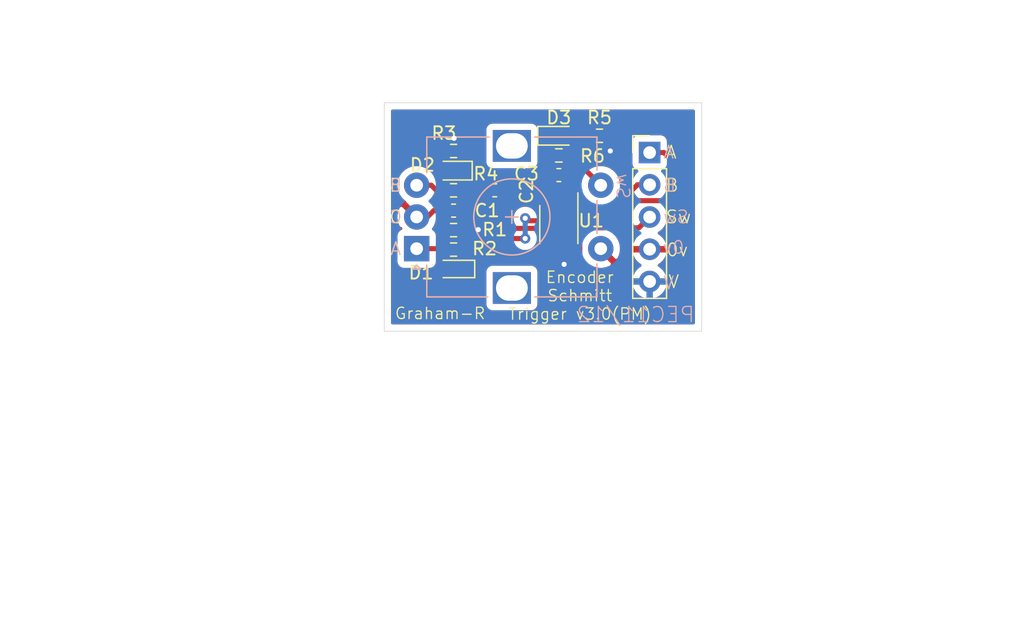
<source format=kicad_pcb>
(kicad_pcb (version 20171130) (host pcbnew 5.1.12-1.fc35)

  (general
    (thickness 1.6)
    (drawings 26)
    (tracks 98)
    (zones 0)
    (modules 15)
    (nets 12)
  )

  (page A4)
  (layers
    (0 F.Cu signal)
    (31 B.Cu signal)
    (32 B.Adhes user hide)
    (33 F.Adhes user hide)
    (34 B.Paste user hide)
    (35 F.Paste user hide)
    (36 B.SilkS user)
    (37 F.SilkS user)
    (38 B.Mask user hide)
    (39 F.Mask user)
    (40 Dwgs.User user)
    (41 Cmts.User user)
    (42 Eco1.User user hide)
    (43 Eco2.User user hide)
    (44 Edge.Cuts user)
    (45 Margin user)
    (46 B.CrtYd user)
    (47 F.CrtYd user hide)
    (48 B.Fab user hide)
    (49 F.Fab user hide)
  )

  (setup
    (last_trace_width 0.25)
    (user_trace_width 0.4)
    (user_trace_width 0.5)
    (user_trace_width 0.75)
    (user_trace_width 1)
    (trace_clearance 0.2)
    (zone_clearance 0.508)
    (zone_45_only no)
    (trace_min 0.2)
    (via_size 0.8)
    (via_drill 0.4)
    (via_min_size 0.4)
    (via_min_drill 0.3)
    (uvia_size 0.3)
    (uvia_drill 0.1)
    (uvias_allowed no)
    (uvia_min_size 0.2)
    (uvia_min_drill 0.1)
    (edge_width 0.05)
    (segment_width 0.2)
    (pcb_text_width 0.3)
    (pcb_text_size 1.5 1.5)
    (mod_edge_width 0.12)
    (mod_text_size 1 1)
    (mod_text_width 0.15)
    (pad_size 1.524 1.524)
    (pad_drill 0.762)
    (pad_to_mask_clearance 0)
    (aux_axis_origin 0 0)
    (visible_elements FFFFFF7F)
    (pcbplotparams
      (layerselection 0x010fc_ffffffff)
      (usegerberextensions false)
      (usegerberattributes true)
      (usegerberadvancedattributes true)
      (creategerberjobfile true)
      (excludeedgelayer true)
      (linewidth 0.100000)
      (plotframeref false)
      (viasonmask false)
      (mode 1)
      (useauxorigin false)
      (hpglpennumber 1)
      (hpglpenspeed 20)
      (hpglpendiameter 15.000000)
      (psnegative false)
      (psa4output false)
      (plotreference true)
      (plotvalue true)
      (plotinvisibletext false)
      (padsonsilk false)
      (subtractmaskfromsilk false)
      (outputformat 1)
      (mirror false)
      (drillshape 0)
      (scaleselection 1)
      (outputdirectory "gerberFiles/"))
  )

  (net 0 "")
  (net 1 GND)
  (net 2 VCC)
  (net 3 Trig_EncA)
  (net 4 Trig_EncB)
  (net 5 Trig_EncSw)
  (net 6 Sig_EncA)
  (net 7 Sig_EncB)
  (net 8 Sig_EncSw)
  (net 9 /EncA_Out)
  (net 10 /EncB_Out)
  (net 11 /EncSw_Out)

  (net_class Default "This is the default net class."
    (clearance 0.2)
    (trace_width 0.25)
    (via_dia 0.8)
    (via_drill 0.4)
    (uvia_dia 0.3)
    (uvia_drill 0.1)
    (add_net /EncA_Out)
    (add_net /EncB_Out)
    (add_net /EncSw_Out)
    (add_net GND)
    (add_net Sig_EncA)
    (add_net Sig_EncB)
    (add_net Sig_EncSw)
    (add_net Trig_EncA)
    (add_net Trig_EncB)
    (add_net Trig_EncSw)
    (add_net VCC)
  )

  (module Package_SO:SSOP-8_2.95x2.8mm_P0.65mm locked (layer F.Cu) (tedit 5A02F25C) (tstamp 619EA000)
    (at 204.35 72.7 270)
    (descr "SSOP-8 2.9 x2.8mm Pitch 0.65mm")
    (tags "SSOP-8 2.95x2.8mm Pitch 0.65mm")
    (path /619EC3D6)
    (attr smd)
    (fp_text reference U1 (at -0.3 -2.55 180) (layer F.SilkS)
      (effects (font (size 1 1) (thickness 0.15)))
    )
    (fp_text value 74LVC3G14 (at 0 2.6 90) (layer F.Fab)
      (effects (font (size 1 1) (thickness 0.15)))
    )
    (fp_line (start 1.475 -1.4) (end 1.475 1.4) (layer F.Fab) (width 0.1))
    (fp_line (start 1.475 1.4) (end -1.475 1.4) (layer F.Fab) (width 0.1))
    (fp_line (start -1.475 1.4) (end -1.475 -0.7) (layer F.Fab) (width 0.1))
    (fp_line (start -0.475 -1.4) (end 1.475 -1.4) (layer F.Fab) (width 0.1))
    (fp_line (start -0.475 -1.4) (end -1.475 -0.7) (layer F.Fab) (width 0.1))
    (fp_line (start 1.5 -1.5) (end -2.5 -1.5) (layer F.SilkS) (width 0.12))
    (fp_line (start 1.5 1.5) (end -1.5 1.5) (layer F.SilkS) (width 0.12))
    (fp_line (start 2.75 -1.65) (end 2.75 1.65) (layer F.CrtYd) (width 0.05))
    (fp_line (start 2.75 1.65) (end -2.75 1.65) (layer F.CrtYd) (width 0.05))
    (fp_line (start -2.75 1.65) (end -2.75 -1.65) (layer F.CrtYd) (width 0.05))
    (fp_line (start -2.75 -1.65) (end 2.75 -1.65) (layer F.CrtYd) (width 0.05))
    (fp_text user %R (at 0 0 90) (layer F.Fab)
      (effects (font (size 0.6 0.6) (thickness 0.15)))
    )
    (pad 8 smd rect (at 1.7 -0.975 180) (size 0.3 1.6) (layers F.Cu F.Paste F.Mask)
      (net 2 VCC))
    (pad 7 smd rect (at 1.7 -0.325 180) (size 0.3 1.6) (layers F.Cu F.Paste F.Mask)
      (net 9 /EncA_Out))
    (pad 6 smd rect (at 1.7 0.325 180) (size 0.3 1.6) (layers F.Cu F.Paste F.Mask)
      (net 4 Trig_EncB))
    (pad 5 smd rect (at 1.7 0.975 180) (size 0.3 1.6) (layers F.Cu F.Paste F.Mask)
      (net 11 /EncSw_Out))
    (pad 4 smd rect (at -1.7 0.975 180) (size 0.3 1.6) (layers F.Cu F.Paste F.Mask)
      (net 1 GND))
    (pad 3 smd rect (at -1.7 0.325 180) (size 0.3 1.6) (layers F.Cu F.Paste F.Mask)
      (net 5 Trig_EncSw))
    (pad 2 smd rect (at -1.7 -0.325 180) (size 0.3 1.6) (layers F.Cu F.Paste F.Mask)
      (net 10 /EncB_Out))
    (pad 1 smd rect (at -1.7 -0.975 180) (size 0.3 1.6) (layers F.Cu F.Paste F.Mask)
      (net 3 Trig_EncA))
    (model ${KISYS3DMOD}/Package_SO.3dshapes/SSOP-8_2.95x2.8mm_P0.65mm.wrl
      (at (xyz 0 0 0))
      (scale (xyz 1 1 1))
      (rotate (xyz 0 0 0))
    )
  )

  (module Resistor_SMD:R_0603_1608Metric_Pad0.98x0.95mm_HandSolder locked (layer F.Cu) (tedit 5F68FEEE) (tstamp 619EB4A2)
    (at 204.35 67.25)
    (descr "Resistor SMD 0603 (1608 Metric), square (rectangular) end terminal, IPC_7351 nominal with elongated pad for handsoldering. (Body size source: IPC-SM-782 page 72, https://www.pcb-3d.com/wordpress/wp-content/uploads/ipc-sm-782a_amendment_1_and_2.pdf), generated with kicad-footprint-generator")
    (tags "resistor handsolder")
    (path /61A01A41)
    (attr smd)
    (fp_text reference R6 (at 2.65 0.05) (layer F.SilkS)
      (effects (font (size 1 1) (thickness 0.15)))
    )
    (fp_text value 18K2 (at 0 1.43) (layer F.Fab)
      (effects (font (size 1 1) (thickness 0.15)))
    )
    (fp_line (start -0.8 0.4125) (end -0.8 -0.4125) (layer F.Fab) (width 0.1))
    (fp_line (start -0.8 -0.4125) (end 0.8 -0.4125) (layer F.Fab) (width 0.1))
    (fp_line (start 0.8 -0.4125) (end 0.8 0.4125) (layer F.Fab) (width 0.1))
    (fp_line (start 0.8 0.4125) (end -0.8 0.4125) (layer F.Fab) (width 0.1))
    (fp_line (start -0.254724 -0.5225) (end 0.254724 -0.5225) (layer F.SilkS) (width 0.12))
    (fp_line (start -0.254724 0.5225) (end 0.254724 0.5225) (layer F.SilkS) (width 0.12))
    (fp_line (start -1.65 0.73) (end -1.65 -0.73) (layer F.CrtYd) (width 0.05))
    (fp_line (start -1.65 -0.73) (end 1.65 -0.73) (layer F.CrtYd) (width 0.05))
    (fp_line (start 1.65 -0.73) (end 1.65 0.73) (layer F.CrtYd) (width 0.05))
    (fp_line (start 1.65 0.73) (end -1.65 0.73) (layer F.CrtYd) (width 0.05))
    (fp_text user %R (at 0 0) (layer F.Fab)
      (effects (font (size 0.4 0.4) (thickness 0.06)))
    )
    (pad 2 smd roundrect (at 0.9125 0) (size 0.975 0.95) (layers F.Cu F.Paste F.Mask) (roundrect_rratio 0.25)
      (net 8 Sig_EncSw))
    (pad 1 smd roundrect (at -0.9125 0) (size 0.975 0.95) (layers F.Cu F.Paste F.Mask) (roundrect_rratio 0.25)
      (net 5 Trig_EncSw))
    (model ${KISYS3DMOD}/Resistor_SMD.3dshapes/R_0603_1608Metric.wrl
      (at (xyz 0 0 0))
      (scale (xyz 1 1 1))
      (rotate (xyz 0 0 0))
    )
  )

  (module Resistor_SMD:R_0603_1608Metric locked (layer F.Cu) (tedit 5F68FEEE) (tstamp 619EB493)
    (at 207.55 65.7)
    (descr "Resistor SMD 0603 (1608 Metric), square (rectangular) end terminal, IPC_7351 nominal, (Body size source: IPC-SM-782 page 72, https://www.pcb-3d.com/wordpress/wp-content/uploads/ipc-sm-782a_amendment_1_and_2.pdf), generated with kicad-footprint-generator")
    (tags resistor)
    (path /61A01A35)
    (attr smd)
    (fp_text reference R5 (at 0 -1.43) (layer F.SilkS)
      (effects (font (size 1 1) (thickness 0.15)))
    )
    (fp_text value 82K (at 0 1.43) (layer F.Fab)
      (effects (font (size 1 1) (thickness 0.15)))
    )
    (fp_line (start -0.8 0.4125) (end -0.8 -0.4125) (layer F.Fab) (width 0.1))
    (fp_line (start -0.8 -0.4125) (end 0.8 -0.4125) (layer F.Fab) (width 0.1))
    (fp_line (start 0.8 -0.4125) (end 0.8 0.4125) (layer F.Fab) (width 0.1))
    (fp_line (start 0.8 0.4125) (end -0.8 0.4125) (layer F.Fab) (width 0.1))
    (fp_line (start -0.237258 -0.5225) (end 0.237258 -0.5225) (layer F.SilkS) (width 0.12))
    (fp_line (start -0.237258 0.5225) (end 0.237258 0.5225) (layer F.SilkS) (width 0.12))
    (fp_line (start -1.48 0.73) (end -1.48 -0.73) (layer F.CrtYd) (width 0.05))
    (fp_line (start -1.48 -0.73) (end 1.48 -0.73) (layer F.CrtYd) (width 0.05))
    (fp_line (start 1.48 -0.73) (end 1.48 0.73) (layer F.CrtYd) (width 0.05))
    (fp_line (start 1.48 0.73) (end -1.48 0.73) (layer F.CrtYd) (width 0.05))
    (fp_text user %R (at 0 0) (layer F.Fab)
      (effects (font (size 0.4 0.4) (thickness 0.06)))
    )
    (pad 2 smd roundrect (at 0.825 0) (size 0.8 0.95) (layers F.Cu F.Paste F.Mask) (roundrect_rratio 0.25)
      (net 2 VCC))
    (pad 1 smd roundrect (at -0.825 0) (size 0.8 0.95) (layers F.Cu F.Paste F.Mask) (roundrect_rratio 0.25)
      (net 8 Sig_EncSw))
    (model ${KISYS3DMOD}/Resistor_SMD.3dshapes/R_0603_1608Metric.wrl
      (at (xyz 0 0 0))
      (scale (xyz 1 1 1))
      (rotate (xyz 0 0 0))
    )
  )

  (module Resistor_SMD:R_0603_1608Metric locked (layer F.Cu) (tedit 5F68FEEE) (tstamp 61A10711)
    (at 196.058834 70 180)
    (descr "Resistor SMD 0603 (1608 Metric), square (rectangular) end terminal, IPC_7351 nominal, (Body size source: IPC-SM-782 page 72, https://www.pcb-3d.com/wordpress/wp-content/uploads/ipc-sm-782a_amendment_1_and_2.pdf), generated with kicad-footprint-generator")
    (tags resistor)
    (path /619FE153)
    (attr smd)
    (fp_text reference R4 (at -2.541166 1.3) (layer F.SilkS)
      (effects (font (size 1 1) (thickness 0.15)))
    )
    (fp_text value 18K2 (at 0 1.43) (layer F.Fab)
      (effects (font (size 1 1) (thickness 0.15)))
    )
    (fp_line (start -0.8 0.4125) (end -0.8 -0.4125) (layer F.Fab) (width 0.1))
    (fp_line (start -0.8 -0.4125) (end 0.8 -0.4125) (layer F.Fab) (width 0.1))
    (fp_line (start 0.8 -0.4125) (end 0.8 0.4125) (layer F.Fab) (width 0.1))
    (fp_line (start 0.8 0.4125) (end -0.8 0.4125) (layer F.Fab) (width 0.1))
    (fp_line (start -0.237258 -0.5225) (end 0.237258 -0.5225) (layer F.SilkS) (width 0.12))
    (fp_line (start -0.237258 0.5225) (end 0.237258 0.5225) (layer F.SilkS) (width 0.12))
    (fp_line (start -1.48 0.73) (end -1.48 -0.73) (layer F.CrtYd) (width 0.05))
    (fp_line (start -1.48 -0.73) (end 1.48 -0.73) (layer F.CrtYd) (width 0.05))
    (fp_line (start 1.48 -0.73) (end 1.48 0.73) (layer F.CrtYd) (width 0.05))
    (fp_line (start 1.48 0.73) (end -1.48 0.73) (layer F.CrtYd) (width 0.05))
    (fp_text user %R (at 0 0) (layer F.Fab)
      (effects (font (size 0.4 0.4) (thickness 0.06)))
    )
    (pad 2 smd roundrect (at 0.825 0 180) (size 0.8 0.95) (layers F.Cu F.Paste F.Mask) (roundrect_rratio 0.25)
      (net 7 Sig_EncB))
    (pad 1 smd roundrect (at -0.825 0 180) (size 0.8 0.95) (layers F.Cu F.Paste F.Mask) (roundrect_rratio 0.25)
      (net 4 Trig_EncB))
    (model ${KISYS3DMOD}/Resistor_SMD.3dshapes/R_0603_1608Metric.wrl
      (at (xyz 0 0 0))
      (scale (xyz 1 1 1))
      (rotate (xyz 0 0 0))
    )
  )

  (module Resistor_SMD:R_0603_1608Metric locked (layer F.Cu) (tedit 5F68FEEE) (tstamp 61A10741)
    (at 196.058834 66.9)
    (descr "Resistor SMD 0603 (1608 Metric), square (rectangular) end terminal, IPC_7351 nominal, (Body size source: IPC-SM-782 page 72, https://www.pcb-3d.com/wordpress/wp-content/uploads/ipc-sm-782a_amendment_1_and_2.pdf), generated with kicad-footprint-generator")
    (tags resistor)
    (path /619FE147)
    (attr smd)
    (fp_text reference R3 (at -0.758834 -1.4) (layer F.SilkS)
      (effects (font (size 1 1) (thickness 0.15)))
    )
    (fp_text value 82K (at 0 1.43) (layer F.Fab)
      (effects (font (size 1 1) (thickness 0.15)))
    )
    (fp_line (start -0.8 0.4125) (end -0.8 -0.4125) (layer F.Fab) (width 0.1))
    (fp_line (start -0.8 -0.4125) (end 0.8 -0.4125) (layer F.Fab) (width 0.1))
    (fp_line (start 0.8 -0.4125) (end 0.8 0.4125) (layer F.Fab) (width 0.1))
    (fp_line (start 0.8 0.4125) (end -0.8 0.4125) (layer F.Fab) (width 0.1))
    (fp_line (start -0.237258 -0.5225) (end 0.237258 -0.5225) (layer F.SilkS) (width 0.12))
    (fp_line (start -0.237258 0.5225) (end 0.237258 0.5225) (layer F.SilkS) (width 0.12))
    (fp_line (start -1.48 0.73) (end -1.48 -0.73) (layer F.CrtYd) (width 0.05))
    (fp_line (start -1.48 -0.73) (end 1.48 -0.73) (layer F.CrtYd) (width 0.05))
    (fp_line (start 1.48 -0.73) (end 1.48 0.73) (layer F.CrtYd) (width 0.05))
    (fp_line (start 1.48 0.73) (end -1.48 0.73) (layer F.CrtYd) (width 0.05))
    (fp_text user %R (at 0 0) (layer F.Fab)
      (effects (font (size 0.4 0.4) (thickness 0.06)))
    )
    (pad 2 smd roundrect (at 0.825 0) (size 0.8 0.95) (layers F.Cu F.Paste F.Mask) (roundrect_rratio 0.25)
      (net 2 VCC))
    (pad 1 smd roundrect (at -0.825 0) (size 0.8 0.95) (layers F.Cu F.Paste F.Mask) (roundrect_rratio 0.25)
      (net 7 Sig_EncB))
    (model ${KISYS3DMOD}/Resistor_SMD.3dshapes/R_0603_1608Metric.wrl
      (at (xyz 0 0 0))
      (scale (xyz 1 1 1))
      (rotate (xyz 0 0 0))
    )
  )

  (module Resistor_SMD:R_0603_1608Metric locked (layer F.Cu) (tedit 5F68FEEE) (tstamp 619E9FA2)
    (at 196.058834 74.673334 180)
    (descr "Resistor SMD 0603 (1608 Metric), square (rectangular) end terminal, IPC_7351 nominal, (Body size source: IPC-SM-782 page 72, https://www.pcb-3d.com/wordpress/wp-content/uploads/ipc-sm-782a_amendment_1_and_2.pdf), generated with kicad-footprint-generator")
    (tags resistor)
    (path /619D627B)
    (attr smd)
    (fp_text reference R2 (at -2.441166 0.073334) (layer F.SilkS)
      (effects (font (size 1 1) (thickness 0.15)))
    )
    (fp_text value 18K2 (at 0 1.43) (layer F.Fab)
      (effects (font (size 1 1) (thickness 0.15)))
    )
    (fp_line (start 1.48 0.73) (end -1.48 0.73) (layer F.CrtYd) (width 0.05))
    (fp_line (start 1.48 -0.73) (end 1.48 0.73) (layer F.CrtYd) (width 0.05))
    (fp_line (start -1.48 -0.73) (end 1.48 -0.73) (layer F.CrtYd) (width 0.05))
    (fp_line (start -1.48 0.73) (end -1.48 -0.73) (layer F.CrtYd) (width 0.05))
    (fp_line (start -0.237258 0.5225) (end 0.237258 0.5225) (layer F.SilkS) (width 0.12))
    (fp_line (start -0.237258 -0.5225) (end 0.237258 -0.5225) (layer F.SilkS) (width 0.12))
    (fp_line (start 0.8 0.4125) (end -0.8 0.4125) (layer F.Fab) (width 0.1))
    (fp_line (start 0.8 -0.4125) (end 0.8 0.4125) (layer F.Fab) (width 0.1))
    (fp_line (start -0.8 -0.4125) (end 0.8 -0.4125) (layer F.Fab) (width 0.1))
    (fp_line (start -0.8 0.4125) (end -0.8 -0.4125) (layer F.Fab) (width 0.1))
    (fp_text user %R (at 0 0) (layer F.Fab)
      (effects (font (size 0.4 0.4) (thickness 0.06)))
    )
    (pad 1 smd roundrect (at -0.825 0 180) (size 0.8 0.95) (layers F.Cu F.Paste F.Mask) (roundrect_rratio 0.25)
      (net 3 Trig_EncA))
    (pad 2 smd roundrect (at 0.825 0 180) (size 0.8 0.95) (layers F.Cu F.Paste F.Mask) (roundrect_rratio 0.25)
      (net 6 Sig_EncA))
    (model ${KISYS3DMOD}/Resistor_SMD.3dshapes/R_0603_1608Metric.wrl
      (at (xyz 0 0 0))
      (scale (xyz 1 1 1))
      (rotate (xyz 0 0 0))
    )
  )

  (module Resistor_SMD:R_0603_1608Metric locked (layer F.Cu) (tedit 5F68FEEE) (tstamp 61A166A2)
    (at 196.058834 73.136668)
    (descr "Resistor SMD 0603 (1608 Metric), square (rectangular) end terminal, IPC_7351 nominal, (Body size source: IPC-SM-782 page 72, https://www.pcb-3d.com/wordpress/wp-content/uploads/ipc-sm-782a_amendment_1_and_2.pdf), generated with kicad-footprint-generator")
    (tags resistor)
    (path /619D386E)
    (attr smd)
    (fp_text reference R1 (at 3.241166 -0.036668) (layer F.SilkS)
      (effects (font (size 1 1) (thickness 0.15)))
    )
    (fp_text value 82K (at 0 1.43) (layer F.Fab)
      (effects (font (size 1 1) (thickness 0.15)))
    )
    (fp_line (start 1.48 0.73) (end -1.48 0.73) (layer F.CrtYd) (width 0.05))
    (fp_line (start 1.48 -0.73) (end 1.48 0.73) (layer F.CrtYd) (width 0.05))
    (fp_line (start -1.48 -0.73) (end 1.48 -0.73) (layer F.CrtYd) (width 0.05))
    (fp_line (start -1.48 0.73) (end -1.48 -0.73) (layer F.CrtYd) (width 0.05))
    (fp_line (start -0.237258 0.5225) (end 0.237258 0.5225) (layer F.SilkS) (width 0.12))
    (fp_line (start -0.237258 -0.5225) (end 0.237258 -0.5225) (layer F.SilkS) (width 0.12))
    (fp_line (start 0.8 0.4125) (end -0.8 0.4125) (layer F.Fab) (width 0.1))
    (fp_line (start 0.8 -0.4125) (end 0.8 0.4125) (layer F.Fab) (width 0.1))
    (fp_line (start -0.8 -0.4125) (end 0.8 -0.4125) (layer F.Fab) (width 0.1))
    (fp_line (start -0.8 0.4125) (end -0.8 -0.4125) (layer F.Fab) (width 0.1))
    (fp_text user %R (at 0 0) (layer F.Fab)
      (effects (font (size 0.4 0.4) (thickness 0.06)))
    )
    (pad 1 smd roundrect (at -0.825 0) (size 0.8 0.95) (layers F.Cu F.Paste F.Mask) (roundrect_rratio 0.25)
      (net 6 Sig_EncA))
    (pad 2 smd roundrect (at 0.825 0) (size 0.8 0.95) (layers F.Cu F.Paste F.Mask) (roundrect_rratio 0.25)
      (net 2 VCC))
    (model ${KISYS3DMOD}/Resistor_SMD.3dshapes/R_0603_1608Metric.wrl
      (at (xyz 0 0 0))
      (scale (xyz 1 1 1))
      (rotate (xyz 0 0 0))
    )
  )

  (module Diode_SMD:D_0603_1608Metric_Pad1.05x0.95mm_HandSolder locked (layer F.Cu) (tedit 5F68FEF0) (tstamp 619EB360)
    (at 204.35 65.7)
    (descr "Diode SMD 0603 (1608 Metric), square (rectangular) end terminal, IPC_7351 nominal, (Body size source: http://www.tortai-tech.com/upload/download/2011102023233369053.pdf), generated with kicad-footprint-generator")
    (tags "diode handsolder")
    (path /61A01A49)
    (attr smd)
    (fp_text reference D3 (at 0 -1.43) (layer F.SilkS)
      (effects (font (size 1 1) (thickness 0.15)))
    )
    (fp_text value 1N4148 (at 0 1.43) (layer F.Fab)
      (effects (font (size 1 1) (thickness 0.15)))
    )
    (fp_line (start 0.8 -0.4) (end -0.5 -0.4) (layer F.Fab) (width 0.1))
    (fp_line (start -0.5 -0.4) (end -0.8 -0.1) (layer F.Fab) (width 0.1))
    (fp_line (start -0.8 -0.1) (end -0.8 0.4) (layer F.Fab) (width 0.1))
    (fp_line (start -0.8 0.4) (end 0.8 0.4) (layer F.Fab) (width 0.1))
    (fp_line (start 0.8 0.4) (end 0.8 -0.4) (layer F.Fab) (width 0.1))
    (fp_line (start 0.8 -0.735) (end -1.66 -0.735) (layer F.SilkS) (width 0.12))
    (fp_line (start -1.66 -0.735) (end -1.66 0.735) (layer F.SilkS) (width 0.12))
    (fp_line (start -1.66 0.735) (end 0.8 0.735) (layer F.SilkS) (width 0.12))
    (fp_line (start -1.65 0.73) (end -1.65 -0.73) (layer F.CrtYd) (width 0.05))
    (fp_line (start -1.65 -0.73) (end 1.65 -0.73) (layer F.CrtYd) (width 0.05))
    (fp_line (start 1.65 -0.73) (end 1.65 0.73) (layer F.CrtYd) (width 0.05))
    (fp_line (start 1.65 0.73) (end -1.65 0.73) (layer F.CrtYd) (width 0.05))
    (fp_text user %R (at 0 0) (layer F.Fab)
      (effects (font (size 0.4 0.4) (thickness 0.06)))
    )
    (pad 2 smd roundrect (at 0.875 0) (size 1.05 0.95) (layers F.Cu F.Paste F.Mask) (roundrect_rratio 0.25)
      (net 8 Sig_EncSw))
    (pad 1 smd roundrect (at -0.875 0) (size 1.05 0.95) (layers F.Cu F.Paste F.Mask) (roundrect_rratio 0.25)
      (net 5 Trig_EncSw))
    (model ${KISYS3DMOD}/Diode_SMD.3dshapes/D_0603_1608Metric.wrl
      (at (xyz 0 0 0))
      (scale (xyz 1 1 1))
      (rotate (xyz 0 0 0))
    )
  )

  (module Diode_SMD:D_0603_1608Metric locked (layer F.Cu) (tedit 5F68FEF0) (tstamp 61A164C0)
    (at 196.038834 68.45 180)
    (descr "Diode SMD 0603 (1608 Metric), square (rectangular) end terminal, IPC_7351 nominal, (Body size source: http://www.tortai-tech.com/upload/download/2011102023233369053.pdf), generated with kicad-footprint-generator")
    (tags diode)
    (path /619FE15B)
    (attr smd)
    (fp_text reference D2 (at 2.438834 0.45) (layer F.SilkS)
      (effects (font (size 1 1) (thickness 0.15)))
    )
    (fp_text value 1N4148 (at 0 1.43) (layer F.Fab)
      (effects (font (size 1 1) (thickness 0.15)))
    )
    (fp_line (start 0.8 -0.4) (end -0.5 -0.4) (layer F.Fab) (width 0.1))
    (fp_line (start -0.5 -0.4) (end -0.8 -0.1) (layer F.Fab) (width 0.1))
    (fp_line (start -0.8 -0.1) (end -0.8 0.4) (layer F.Fab) (width 0.1))
    (fp_line (start -0.8 0.4) (end 0.8 0.4) (layer F.Fab) (width 0.1))
    (fp_line (start 0.8 0.4) (end 0.8 -0.4) (layer F.Fab) (width 0.1))
    (fp_line (start 0.8 -0.735) (end -1.485 -0.735) (layer F.SilkS) (width 0.12))
    (fp_line (start -1.485 -0.735) (end -1.485 0.735) (layer F.SilkS) (width 0.12))
    (fp_line (start -1.485 0.735) (end 0.8 0.735) (layer F.SilkS) (width 0.12))
    (fp_line (start -1.48 0.73) (end -1.48 -0.73) (layer F.CrtYd) (width 0.05))
    (fp_line (start -1.48 -0.73) (end 1.48 -0.73) (layer F.CrtYd) (width 0.05))
    (fp_line (start 1.48 -0.73) (end 1.48 0.73) (layer F.CrtYd) (width 0.05))
    (fp_line (start 1.48 0.73) (end -1.48 0.73) (layer F.CrtYd) (width 0.05))
    (fp_text user %R (at 0 0) (layer F.Fab)
      (effects (font (size 0.4 0.4) (thickness 0.06)))
    )
    (pad 2 smd roundrect (at 0.7875 0 180) (size 0.875 0.95) (layers F.Cu F.Paste F.Mask) (roundrect_rratio 0.25)
      (net 7 Sig_EncB))
    (pad 1 smd roundrect (at -0.7875 0 180) (size 0.875 0.95) (layers F.Cu F.Paste F.Mask) (roundrect_rratio 0.25)
      (net 4 Trig_EncB))
    (model ${KISYS3DMOD}/Diode_SMD.3dshapes/D_0603_1608Metric.wrl
      (at (xyz 0 0 0))
      (scale (xyz 1 1 1))
      (rotate (xyz 0 0 0))
    )
  )

  (module Diode_SMD:D_0603_1608Metric_Castellated locked (layer F.Cu) (tedit 5F68FEF1) (tstamp 619E9F91)
    (at 196.038834 76.2 180)
    (descr "Diode SMD 0603 (1608 Metric), castellated end terminal, IPC_7351 nominal, (Body size source: http://www.tortai-tech.com/upload/download/2011102023233369053.pdf), generated with kicad-footprint-generator")
    (tags "diode castellated")
    (path /619D2140)
    (attr smd)
    (fp_text reference D1 (at 2.538834 -0.3) (layer F.SilkS)
      (effects (font (size 1 1) (thickness 0.15)))
    )
    (fp_text value 1N4148 (at 0 1.38) (layer F.Fab)
      (effects (font (size 1 1) (thickness 0.15)))
    )
    (fp_line (start 1.68 0.68) (end -1.68 0.68) (layer F.CrtYd) (width 0.05))
    (fp_line (start 1.68 -0.68) (end 1.68 0.68) (layer F.CrtYd) (width 0.05))
    (fp_line (start -1.68 -0.68) (end 1.68 -0.68) (layer F.CrtYd) (width 0.05))
    (fp_line (start -1.68 0.68) (end -1.68 -0.68) (layer F.CrtYd) (width 0.05))
    (fp_line (start -1.685 0.685) (end 0.8 0.685) (layer F.SilkS) (width 0.12))
    (fp_line (start -1.685 -0.685) (end -1.685 0.685) (layer F.SilkS) (width 0.12))
    (fp_line (start 0.8 -0.685) (end -1.685 -0.685) (layer F.SilkS) (width 0.12))
    (fp_line (start 0.8 0.4) (end 0.8 -0.4) (layer F.Fab) (width 0.1))
    (fp_line (start -0.8 0.4) (end 0.8 0.4) (layer F.Fab) (width 0.1))
    (fp_line (start -0.8 -0.1) (end -0.8 0.4) (layer F.Fab) (width 0.1))
    (fp_line (start -0.5 -0.4) (end -0.8 -0.1) (layer F.Fab) (width 0.1))
    (fp_line (start 0.8 -0.4) (end -0.5 -0.4) (layer F.Fab) (width 0.1))
    (fp_text user %R (at 0 0) (layer F.Fab)
      (effects (font (size 0.4 0.4) (thickness 0.06)))
    )
    (pad 1 smd roundrect (at -0.8125 0 180) (size 1.225 0.85) (layers F.Cu F.Paste F.Mask) (roundrect_rratio 0.25)
      (net 3 Trig_EncA))
    (pad 2 smd roundrect (at 0.8125 0 180) (size 1.225 0.85) (layers F.Cu F.Paste F.Mask) (roundrect_rratio 0.25)
      (net 6 Sig_EncA))
    (model ${KISYS3DMOD}/Diode_SMD.3dshapes/D_0603_1608Metric_Castellated.wrl
      (at (xyz 0 0 0))
      (scale (xyz 1 1 1))
      (rotate (xyz 0 0 0))
    )
  )

  (module Capacitor_SMD:C_0603_1608Metric_Pad1.08x0.95mm_HandSolder locked (layer F.Cu) (tedit 5F68FEEF) (tstamp 619EB2C0)
    (at 204.35 68.8)
    (descr "Capacitor SMD 0603 (1608 Metric), square (rectangular) end terminal, IPC_7351 nominal with elongated pad for handsoldering. (Body size source: IPC-SM-782 page 76, https://www.pcb-3d.com/wordpress/wp-content/uploads/ipc-sm-782a_amendment_1_and_2.pdf), generated with kicad-footprint-generator")
    (tags "capacitor handsolder")
    (path /61A01A4F)
    (attr smd)
    (fp_text reference C3 (at -2.55 -0.1) (layer F.SilkS)
      (effects (font (size 1 1) (thickness 0.15)))
    )
    (fp_text value 100nF (at 0 1.43) (layer F.Fab)
      (effects (font (size 1 1) (thickness 0.15)))
    )
    (fp_line (start -0.8 0.4) (end -0.8 -0.4) (layer F.Fab) (width 0.1))
    (fp_line (start -0.8 -0.4) (end 0.8 -0.4) (layer F.Fab) (width 0.1))
    (fp_line (start 0.8 -0.4) (end 0.8 0.4) (layer F.Fab) (width 0.1))
    (fp_line (start 0.8 0.4) (end -0.8 0.4) (layer F.Fab) (width 0.1))
    (fp_line (start -0.146267 -0.51) (end 0.146267 -0.51) (layer F.SilkS) (width 0.12))
    (fp_line (start -0.146267 0.51) (end 0.146267 0.51) (layer F.SilkS) (width 0.12))
    (fp_line (start -1.65 0.73) (end -1.65 -0.73) (layer F.CrtYd) (width 0.05))
    (fp_line (start -1.65 -0.73) (end 1.65 -0.73) (layer F.CrtYd) (width 0.05))
    (fp_line (start 1.65 -0.73) (end 1.65 0.73) (layer F.CrtYd) (width 0.05))
    (fp_line (start 1.65 0.73) (end -1.65 0.73) (layer F.CrtYd) (width 0.05))
    (fp_text user %R (at 0 0) (layer F.Fab)
      (effects (font (size 0.4 0.4) (thickness 0.06)))
    )
    (pad 2 smd roundrect (at 0.8625 0) (size 1.075 0.95) (layers F.Cu F.Paste F.Mask) (roundrect_rratio 0.25)
      (net 5 Trig_EncSw))
    (pad 1 smd roundrect (at -0.8625 0) (size 1.075 0.95) (layers F.Cu F.Paste F.Mask) (roundrect_rratio 0.25)
      (net 1 GND))
    (model ${KISYS3DMOD}/Capacitor_SMD.3dshapes/C_0603_1608Metric.wrl
      (at (xyz 0 0 0))
      (scale (xyz 1 1 1))
      (rotate (xyz 0 0 0))
    )
  )

  (module Capacitor_SMD:C_0603_1608Metric_Pad1.08x0.95mm_HandSolder locked (layer F.Cu) (tedit 5F68FEEF) (tstamp 61A106AB)
    (at 199.3 70 180)
    (descr "Capacitor SMD 0603 (1608 Metric), square (rectangular) end terminal, IPC_7351 nominal with elongated pad for handsoldering. (Body size source: IPC-SM-782 page 76, https://www.pcb-3d.com/wordpress/wp-content/uploads/ipc-sm-782a_amendment_1_and_2.pdf), generated with kicad-footprint-generator")
    (tags "capacitor handsolder")
    (path /619FE161)
    (attr smd)
    (fp_text reference C2 (at -2.5 -0.1 90) (layer F.SilkS)
      (effects (font (size 1 1) (thickness 0.15)))
    )
    (fp_text value 100nF (at 0 1.43) (layer F.Fab)
      (effects (font (size 1 1) (thickness 0.15)))
    )
    (fp_line (start -0.8 0.4) (end -0.8 -0.4) (layer F.Fab) (width 0.1))
    (fp_line (start -0.8 -0.4) (end 0.8 -0.4) (layer F.Fab) (width 0.1))
    (fp_line (start 0.8 -0.4) (end 0.8 0.4) (layer F.Fab) (width 0.1))
    (fp_line (start 0.8 0.4) (end -0.8 0.4) (layer F.Fab) (width 0.1))
    (fp_line (start -0.146267 -0.51) (end 0.146267 -0.51) (layer F.SilkS) (width 0.12))
    (fp_line (start -0.146267 0.51) (end 0.146267 0.51) (layer F.SilkS) (width 0.12))
    (fp_line (start -1.65 0.73) (end -1.65 -0.73) (layer F.CrtYd) (width 0.05))
    (fp_line (start -1.65 -0.73) (end 1.65 -0.73) (layer F.CrtYd) (width 0.05))
    (fp_line (start 1.65 -0.73) (end 1.65 0.73) (layer F.CrtYd) (width 0.05))
    (fp_line (start 1.65 0.73) (end -1.65 0.73) (layer F.CrtYd) (width 0.05))
    (fp_text user %R (at 0 0) (layer F.Fab)
      (effects (font (size 0.4 0.4) (thickness 0.06)))
    )
    (pad 2 smd roundrect (at 0.8625 0 180) (size 1.075 0.95) (layers F.Cu F.Paste F.Mask) (roundrect_rratio 0.25)
      (net 4 Trig_EncB))
    (pad 1 smd roundrect (at -0.8625 0 180) (size 1.075 0.95) (layers F.Cu F.Paste F.Mask) (roundrect_rratio 0.25)
      (net 1 GND))
    (model ${KISYS3DMOD}/Capacitor_SMD.3dshapes/C_0603_1608Metric.wrl
      (at (xyz 0 0 0))
      (scale (xyz 1 1 1))
      (rotate (xyz 0 0 0))
    )
  )

  (module Capacitor_SMD:C_0603_1608Metric_Pad1.08x0.95mm_HandSolder locked (layer F.Cu) (tedit 5F68FEEF) (tstamp 619EDB0D)
    (at 196.058834 71.6)
    (descr "Capacitor SMD 0603 (1608 Metric), square (rectangular) end terminal, IPC_7351 nominal with elongated pad for handsoldering. (Body size source: IPC-SM-782 page 76, https://www.pcb-3d.com/wordpress/wp-content/uploads/ipc-sm-782a_amendment_1_and_2.pdf), generated with kicad-footprint-generator")
    (tags "capacitor handsolder")
    (path /619D2E8F)
    (attr smd)
    (fp_text reference C1 (at 2.641166 0) (layer F.SilkS)
      (effects (font (size 1 1) (thickness 0.15)))
    )
    (fp_text value 100nF (at 0 1.43) (layer F.Fab)
      (effects (font (size 1 1) (thickness 0.15)))
    )
    (fp_line (start 1.65 0.73) (end -1.65 0.73) (layer F.CrtYd) (width 0.05))
    (fp_line (start 1.65 -0.73) (end 1.65 0.73) (layer F.CrtYd) (width 0.05))
    (fp_line (start -1.65 -0.73) (end 1.65 -0.73) (layer F.CrtYd) (width 0.05))
    (fp_line (start -1.65 0.73) (end -1.65 -0.73) (layer F.CrtYd) (width 0.05))
    (fp_line (start -0.146267 0.51) (end 0.146267 0.51) (layer F.SilkS) (width 0.12))
    (fp_line (start -0.146267 -0.51) (end 0.146267 -0.51) (layer F.SilkS) (width 0.12))
    (fp_line (start 0.8 0.4) (end -0.8 0.4) (layer F.Fab) (width 0.1))
    (fp_line (start 0.8 -0.4) (end 0.8 0.4) (layer F.Fab) (width 0.1))
    (fp_line (start -0.8 -0.4) (end 0.8 -0.4) (layer F.Fab) (width 0.1))
    (fp_line (start -0.8 0.4) (end -0.8 -0.4) (layer F.Fab) (width 0.1))
    (fp_text user %R (at 0 0) (layer F.Fab)
      (effects (font (size 0.4 0.4) (thickness 0.06)))
    )
    (pad 1 smd roundrect (at -0.8625 0) (size 1.075 0.95) (layers F.Cu F.Paste F.Mask) (roundrect_rratio 0.25)
      (net 1 GND))
    (pad 2 smd roundrect (at 0.8625 0) (size 1.075 0.95) (layers F.Cu F.Paste F.Mask) (roundrect_rratio 0.25)
      (net 3 Trig_EncA))
    (model ${KISYS3DMOD}/Capacitor_SMD.3dshapes/C_0603_1608Metric.wrl
      (at (xyz 0 0 0))
      (scale (xyz 1 1 1))
      (rotate (xyz 0 0 0))
    )
  )

  (module Rotary_Encoder:RotaryEncoder_Alps_EC12E-Switch_Vertical_H20mm (layer B.Cu) (tedit 5A64F492) (tstamp 619FE549)
    (at 193.15 74.6)
    (descr "Alps rotary encoder, EC12E... with switch, vertical shaft, http://www.alps.com/prod/info/E/HTML/Encoder/Incremental/EC12E/EC12E1240405.html & http://cdn-reichelt.de/documents/datenblatt/F100/402097STEC12E08.PDF")
    (tags "rotary encoder")
    (path /619FF0BC)
    (fp_text reference SW1 (at 2.8 4.7 90) (layer B.SilkS) hide
      (effects (font (size 1 1) (thickness 0.15)) (justify mirror))
    )
    (fp_text value Rotary_Encoder_EncSwitch (at 7.5 -10.4) (layer B.Fab)
      (effects (font (size 1 1) (thickness 0.15)) (justify mirror))
    )
    (fp_circle (center 7.5 -2.5) (end 10.5 -2.5) (layer B.Fab) (width 0.12))
    (fp_circle (center 7.5 -2.5) (end 10.5 -2.5) (layer B.SilkS) (width 0.12))
    (fp_line (start 16 -9.85) (end -1.5 -9.85) (layer B.CrtYd) (width 0.05))
    (fp_line (start 16 -9.85) (end 16 4.85) (layer B.CrtYd) (width 0.05))
    (fp_line (start -1.5 4.85) (end -1.5 -9.85) (layer B.CrtYd) (width 0.05))
    (fp_line (start -1.5 4.85) (end 16 4.85) (layer B.CrtYd) (width 0.05))
    (fp_line (start 1.9 3.7) (end 14.1 3.7) (layer B.Fab) (width 0.12))
    (fp_line (start 14.1 3.7) (end 14.1 -8.7) (layer B.Fab) (width 0.12))
    (fp_line (start 14.1 -8.7) (end 0.9 -8.7) (layer B.Fab) (width 0.12))
    (fp_line (start 0.9 -8.7) (end 0.9 2.6) (layer B.Fab) (width 0.12))
    (fp_line (start 0.9 2.6) (end 1.9 3.7) (layer B.Fab) (width 0.12))
    (fp_line (start 9.3 3.8) (end 14.2 3.8) (layer B.SilkS) (width 0.12))
    (fp_line (start 14.2 -8.8) (end 9.3 -8.8) (layer B.SilkS) (width 0.12))
    (fp_line (start 5.7 -8.8) (end 0.8 -8.8) (layer B.SilkS) (width 0.12))
    (fp_line (start 0.8 -8.8) (end 0.8 -6) (layer B.SilkS) (width 0.12))
    (fp_line (start 5.6 3.8) (end 0.8 3.8) (layer B.SilkS) (width 0.12))
    (fp_line (start 0.8 3.8) (end 0.8 1.3) (layer B.SilkS) (width 0.12))
    (fp_line (start 0 1.3) (end -0.3 1.6) (layer B.SilkS) (width 0.12))
    (fp_line (start -0.3 1.6) (end 0.3 1.6) (layer B.SilkS) (width 0.12))
    (fp_line (start 0.3 1.6) (end 0 1.3) (layer B.SilkS) (width 0.12))
    (fp_line (start 7.5 0.5) (end 7.5 -5.5) (layer B.Fab) (width 0.12))
    (fp_line (start 4.5 -2.5) (end 10.5 -2.5) (layer B.Fab) (width 0.12))
    (fp_line (start 14.2 3.8) (end 14.2 1.2) (layer B.SilkS) (width 0.12))
    (fp_line (start 14.2 -1.2) (end 14.2 -3.8) (layer B.SilkS) (width 0.12))
    (fp_line (start 14.2 -6.2) (end 14.2 -8.8) (layer B.SilkS) (width 0.12))
    (fp_line (start 7.5 -2) (end 7.5 -3) (layer B.SilkS) (width 0.12))
    (fp_line (start 7 -2.5) (end 8 -2.5) (layer B.SilkS) (width 0.12))
    (fp_text user %R (at 11.5 -6.6) (layer B.Fab)
      (effects (font (size 1 1) (thickness 0.15)) (justify mirror))
    )
    (pad S2 thru_hole circle (at 14.5 -5) (size 2 2) (drill 1) (layers *.Cu *.Mask)
      (net 8 Sig_EncSw))
    (pad S1 thru_hole circle (at 14.5 0) (size 2 2) (drill 1) (layers *.Cu *.Mask)
      (net 1 GND))
    (pad MP thru_hole rect (at 7.5 -8.1) (size 3 2.5) (drill oval 2.5 2) (layers *.Cu *.Mask))
    (pad MP thru_hole rect (at 7.5 3.1) (size 3 2.5) (drill oval 2.5 2) (layers *.Cu *.Mask))
    (pad B thru_hole circle (at 0 -5) (size 2 2) (drill 1) (layers *.Cu *.Mask)
      (net 7 Sig_EncB))
    (pad C thru_hole circle (at 0 -2.5) (size 2 2) (drill 1) (layers *.Cu *.Mask)
      (net 1 GND))
    (pad A thru_hole rect (at 0 0) (size 2 2) (drill 1) (layers *.Cu *.Mask)
      (net 6 Sig_EncA))
    (model ${KISYS3DMOD}/Rotary_Encoder.3dshapes/RotaryEncoder_Alps_EC12E-Switch_Vertical_H20mm.wrl
      (at (xyz 0 0 0))
      (scale (xyz 1 1 1))
      (rotate (xyz 0 5 0))
    )
    (model /home/graham/KiCAD/libraries_3rdParty/ALPS_Encoder/EC12E-150/EC12E-150.STEP
      (offset (xyz 7.5 -2.5 2.5))
      (scale (xyz 1 1 1))
      (rotate (xyz 0 0 90))
    )
  )

  (module Connector_PinHeader_2.54mm:PinHeader_1x05_P2.54mm_Vertical (layer F.Cu) (tedit 59FED5CC) (tstamp 61A137F2)
    (at 211.5 67.025)
    (descr "Through hole straight pin header, 1x05, 2.54mm pitch, single row")
    (tags "Through hole pin header THT 1x05 2.54mm single row")
    (path /61B1F759)
    (fp_text reference J1 (at 0 12.475) (layer F.SilkS) hide
      (effects (font (size 1 1) (thickness 0.15)))
    )
    (fp_text value Interface (at 0 12.49) (layer F.Fab)
      (effects (font (size 1 1) (thickness 0.15)))
    )
    (fp_line (start 1.8 -1.8) (end -1.8 -1.8) (layer F.CrtYd) (width 0.05))
    (fp_line (start 1.8 11.95) (end 1.8 -1.8) (layer F.CrtYd) (width 0.05))
    (fp_line (start -1.8 11.95) (end 1.8 11.95) (layer F.CrtYd) (width 0.05))
    (fp_line (start -1.8 -1.8) (end -1.8 11.95) (layer F.CrtYd) (width 0.05))
    (fp_line (start -1.33 -1.33) (end 0 -1.33) (layer F.SilkS) (width 0.12))
    (fp_line (start -1.33 0) (end -1.33 -1.33) (layer F.SilkS) (width 0.12))
    (fp_line (start -1.33 1.27) (end 1.33 1.27) (layer F.SilkS) (width 0.12))
    (fp_line (start 1.33 1.27) (end 1.33 11.49) (layer F.SilkS) (width 0.12))
    (fp_line (start -1.33 1.27) (end -1.33 11.49) (layer F.SilkS) (width 0.12))
    (fp_line (start -1.33 11.49) (end 1.33 11.49) (layer F.SilkS) (width 0.12))
    (fp_line (start -1.27 -0.635) (end -0.635 -1.27) (layer F.Fab) (width 0.1))
    (fp_line (start -1.27 11.43) (end -1.27 -0.635) (layer F.Fab) (width 0.1))
    (fp_line (start 1.27 11.43) (end -1.27 11.43) (layer F.Fab) (width 0.1))
    (fp_line (start 1.27 -1.27) (end 1.27 11.43) (layer F.Fab) (width 0.1))
    (fp_line (start -0.635 -1.27) (end 1.27 -1.27) (layer F.Fab) (width 0.1))
    (fp_text user %R (at 0 5.08 90) (layer F.Fab)
      (effects (font (size 1 1) (thickness 0.15)))
    )
    (pad 1 thru_hole rect (at 0 0) (size 1.7 1.7) (drill 1) (layers *.Cu *.Mask)
      (net 9 /EncA_Out))
    (pad 2 thru_hole oval (at 0 2.54) (size 1.7 1.7) (drill 1) (layers *.Cu *.Mask)
      (net 10 /EncB_Out))
    (pad 3 thru_hole oval (at 0 5.08) (size 1.7 1.7) (drill 1) (layers *.Cu *.Mask)
      (net 11 /EncSw_Out))
    (pad 4 thru_hole oval (at 0 7.62) (size 1.7 1.7) (drill 1) (layers *.Cu *.Mask)
      (net 1 GND))
    (pad 5 thru_hole oval (at 0 10.16) (size 1.7 1.7) (drill 1) (layers *.Cu *.Mask)
      (net 2 VCC))
    (model ${KISYS3DMOD}/Connector_PinHeader_2.54mm.3dshapes/PinHeader_1x05_P2.54mm_Vertical.wrl
      (at (xyz 0 0 0))
      (scale (xyz 1 1 1))
      (rotate (xyz 0 0 0))
    )
  )

  (dimension 18 (width 0.15) (layer Dwgs.User)
    (gr_text "18.000 mm" (at 184.7 72.1 90) (layer Dwgs.User)
      (effects (font (size 1 1) (thickness 0.15)))
    )
    (feature1 (pts (xy 190.6 63.1) (xy 185.413579 63.1)))
    (feature2 (pts (xy 190.6 81.1) (xy 185.413579 81.1)))
    (crossbar (pts (xy 186 81.1) (xy 186 63.1)))
    (arrow1a (pts (xy 186 63.1) (xy 186.586421 64.226504)))
    (arrow1b (pts (xy 186 63.1) (xy 185.413579 64.226504)))
    (arrow2a (pts (xy 186 81.1) (xy 186.586421 79.973496)))
    (arrow2b (pts (xy 186 81.1) (xy 185.413579 79.973496)))
  )
  (dimension 25 (width 0.15) (layer Dwgs.User)
    (gr_text "25.000 mm" (at 203.1 57.7) (layer Dwgs.User)
      (effects (font (size 1 1) (thickness 0.15)))
    )
    (feature1 (pts (xy 215.6 63.1) (xy 215.6 58.413579)))
    (feature2 (pts (xy 190.6 63.1) (xy 190.6 58.413579)))
    (crossbar (pts (xy 190.6 59) (xy 215.6 59)))
    (arrow1a (pts (xy 215.6 59) (xy 214.473496 59.586421)))
    (arrow1b (pts (xy 215.6 59) (xy 214.473496 58.413579)))
    (arrow2a (pts (xy 190.6 59) (xy 191.726504 59.586421)))
    (arrow2b (pts (xy 190.6 59) (xy 191.726504 58.413579)))
  )
  (gr_text A (at 191.5 74.6) (layer F.SilkS) (tstamp 61A2088C)
    (effects (font (size 1 1) (thickness 0.1)))
  )
  (gr_text C (at 191.5 72.1) (layer F.SilkS) (tstamp 61A2088B)
    (effects (font (size 1 1) (thickness 0.1)))
  )
  (gr_text B (at 191.5 69.6) (layer F.SilkS) (tstamp 61A2088A)
    (effects (font (size 1 1) (thickness 0.1)))
  )
  (gr_text Sw (at 209.4 69.671429 270) (layer B.SilkS) (tstamp 61A2082F)
    (effects (font (size 1 1) (thickness 0.1)) (justify mirror))
  )
  (gr_text B (at 191.5 69.6) (layer B.SilkS) (tstamp 61A206AC)
    (effects (font (size 1 1) (thickness 0.1)) (justify mirror))
  )
  (gr_text C (at 191.5 72.1) (layer B.SilkS) (tstamp 61A206AC)
    (effects (font (size 1 1) (thickness 0.1)) (justify mirror))
  )
  (gr_text A (at 191.5 74.6) (layer B.SilkS) (tstamp 61A206AC)
    (effects (font (size 1 1) (thickness 0.1)) (justify mirror))
  )
  (gr_text Graham-R (at 195 79.7) (layer F.SilkS) (tstamp 61A22587)
    (effects (font (size 0.9 0.9) (thickness 0.1)))
  )
  (gr_text "Encoder\nSchmitt\nTrigger v3.0(PM)" (at 206 78.3) (layer F.SilkS) (tstamp 61A22585)
    (effects (font (size 0.9 0.9) (thickness 0.1)))
  )
  (gr_text V (at 213 77.3) (layer B.SilkS) (tstamp 61A20A4E)
    (effects (font (size 1 1) (thickness 0.1)) (justify mirror))
  )
  (gr_text 0v (at 213.376191 74.5) (layer B.SilkS) (tstamp 61A20A4B)
    (effects (font (size 1 1) (thickness 0.1)) (justify mirror))
  )
  (gr_text B (at 213.071429 69.6) (layer B.SilkS) (tstamp 61A20A48)
    (effects (font (size 1 1) (thickness 0.1)) (justify mirror))
  )
  (gr_text A (at 213 67) (layer B.SilkS) (tstamp 61A20A45)
    (effects (font (size 1 1) (thickness 0.1)) (justify mirror))
  )
  (gr_text Sw (at 213.571429 72.1) (layer B.SilkS) (tstamp 61A20A42)
    (effects (font (size 1 1) (thickness 0.1)) (justify mirror))
  )
  (gr_text PEC11/12 (at 210.4 79.8) (layer B.SilkS) (tstamp 61A179C0)
    (effects (font (size 1.2 1.2) (thickness 0.1)) (justify mirror))
  )
  (gr_text V (at 213.4 77.2) (layer F.SilkS) (tstamp 61A20A2A)
    (effects (font (size 1 1) (thickness 0.1)))
  )
  (gr_text 0v (at 213.676191 74.7) (layer F.SilkS) (tstamp 61A20A27)
    (effects (font (size 1 1) (thickness 0.1)))
  )
  (gr_text Sw (at 213.771429 72.1) (layer F.SilkS) (tstamp 61A20A24)
    (effects (font (size 1 1) (thickness 0.1)))
  )
  (gr_text B (at 213.271429 69.6) (layer F.SilkS) (tstamp 61A20A21)
    (effects (font (size 1 1) (thickness 0.1)))
  )
  (gr_text A (at 213.2 67) (layer F.SilkS) (tstamp 61A20A1E)
    (effects (font (size 1 1) (thickness 0.1)))
  )
  (gr_line (start 190.6 81.1) (end 215.6 81.1) (layer Edge.Cuts) (width 0.05) (tstamp 619EE6F9))
  (gr_line (start 215.6 81.1) (end 215.6 63.1) (layer Edge.Cuts) (width 0.05) (tstamp 61A1763B))
  (gr_line (start 190.6 81.1) (end 190.6 63.1) (layer Edge.Cuts) (width 0.05) (tstamp 619EE588))
  (gr_line (start 190.6 63.1) (end 215.6 63.1) (layer Edge.Cuts) (width 0.05))

  (segment (start 193.15 72.1) (end 193.846334 72.1) (width 0.4) (layer F.Cu) (net 1) (status 40030))
  (segment (start 193.7 71.55) (end 193.15 72.1) (width 0.4) (layer F.Cu) (net 1) (status 40030))
  (segment (start 194.5 71.6) (end 195.196334 71.6) (width 0.4) (layer F.Cu) (net 1) (status 40000))
  (segment (start 194 72.1) (end 194.5 71.6) (width 0.4) (layer F.Cu) (net 1) (status 40000))
  (segment (start 193.15 72.1) (end 194 72.1) (width 0.4) (layer F.Cu) (net 1) (status 40000))
  (segment (start 203.375 68.9125) (end 203.4875 68.8) (width 0.4) (layer F.Cu) (net 1) (status 40000))
  (segment (start 203.375 71) (end 203.375 68.9125) (width 0.4) (layer F.Cu) (net 1) (status 40000))
  (segment (start 208.375 66.125004) (end 208.375 65.7) (width 0.4) (layer F.Cu) (net 2) (status 40000))
  (segment (start 208.4 66.9) (end 208.375 66.125004) (width 0.4) (layer F.Cu) (net 2) (status 40000))
  (via (at 208.4 66.9) (size 0.8) (drill 0.4) (layers F.Cu B.Cu) (net 2) (status 40000))
  (segment (start 196.883834 73.136668) (end 197.963332 73.136668) (width 0.4) (layer F.Cu) (net 2) (status 40000))
  (via (at 198 73.1) (size 0.8) (drill 0.4) (layers F.Cu B.Cu) (net 2) (status 40000))
  (segment (start 197.963332 73.136668) (end 198 73.1) (width 0.4) (layer F.Cu) (net 2) (status 40000))
  (segment (start 205.325 74.4) (end 205.325 75.6) (width 0.4) (layer F.Cu) (net 2) (status 40000))
  (segment (start 205.325 75.6) (end 205.090697 75.834303) (width 0.4) (layer F.Cu) (net 2) (status 40000))
  (via (at 204.765689 75.834303) (size 0.8) (drill 0.4) (layers F.Cu B.Cu) (net 2) (status 40000))
  (segment (start 205.090697 75.834303) (end 204.765689 75.834303) (width 0.4) (layer F.Cu) (net 2) (status 40000))
  (via (at 196.100002 65.9) (size 0.8) (drill 0.4) (layers F.Cu B.Cu) (net 2) (status 40000))
  (segment (start 196.883834 66.9) (end 196.883834 66.683832) (width 0.4) (layer F.Cu) (net 2) (status 40000))
  (segment (start 196.883834 66.683832) (end 196.100002 65.9) (width 0.4) (layer F.Cu) (net 2) (status 40000))
  (segment (start 196.851334 74.705834) (end 196.883834 74.673334) (width 0.4) (layer F.Cu) (net 3) (status 40030))
  (segment (start 196.851334 76.2) (end 196.851334 74.705834) (width 0.4) (layer F.Cu) (net 3) (status 40030))
  (segment (start 196.083824 73.873324) (end 196.883834 74.673334) (width 0.4) (layer F.Cu) (net 3) (status 40020))
  (segment (start 196.083824 72.43751) (end 196.083824 73.873324) (width 0.4) (layer F.Cu) (net 3) (status 40000))
  (segment (start 196.921334 71.6) (end 196.083824 72.43751) (width 0.4) (layer F.Cu) (net 3) (status 40010))
  (segment (start 196.921334 71.6) (end 197.221334 71.9) (width 0.4) (layer F.Cu) (net 3) (status 40000))
  (segment (start 201.7 72.2) (end 201.7 72.2) (width 0.4) (layer F.Cu) (net 3) (status 40000))
  (segment (start 205.325 71.977912) (end 204.902925 72.399987) (width 0.4) (layer F.Cu) (net 3) (status 40000))
  (via (at 201.7 73.800008) (size 0.8) (drill 0.4) (layers F.Cu B.Cu) (net 3) (status 40000))
  (segment (start 201.90001 72.399987) (end 201.7 72.199977) (width 0.4) (layer F.Cu) (net 3) (status 40000))
  (segment (start 205.325 71) (end 205.325 71.977912) (width 0.4) (layer F.Cu) (net 3) (status 40000))
  (segment (start 204.902925 72.399987) (end 201.90001 72.399987) (width 0.4) (layer F.Cu) (net 3) (status 40000))
  (segment (start 201.7 72.199977) (end 201.7 73.800008) (width 0.4) (layer B.Cu) (net 3) (status 40000))
  (via (at 201.7 72.199977) (size 0.8) (drill 0.4) (layers F.Cu B.Cu) (net 3) (status 40000))
  (segment (start 198.999992 73.800008) (end 201.7 73.800008) (width 0.4) (layer F.Cu) (net 3) (status 40000))
  (segment (start 198.126666 74.673334) (end 198.999992 73.800008) (width 0.4) (layer F.Cu) (net 3) (status 40000))
  (segment (start 196.883834 74.673334) (end 198.126666 74.673334) (width 0.4) (layer F.Cu) (net 3) (status 40000))
  (segment (start 198.4375 70) (end 196.883834 70) (width 0.4) (layer F.Cu) (net 4) (status 40030))
  (segment (start 196.883834 70) (end 196.883834 68.5075) (width 0.4) (layer F.Cu) (net 4) (status 40030))
  (segment (start 204.025 73.525) (end 204.025 74.4) (width 0.4) (layer F.Cu) (net 4) (status 40000))
  (segment (start 203.499987 72.999987) (end 204.025 73.525) (width 0.4) (layer F.Cu) (net 4) (status 40000))
  (segment (start 199.099987 72.999987) (end 203.499987 72.999987) (width 0.4) (layer F.Cu) (net 4) (status 40000))
  (segment (start 198.4375 72.3375) (end 199.099987 72.999987) (width 0.4) (layer F.Cu) (net 4) (status 40000))
  (segment (start 198.4375 70) (end 198.4375 72.3375) (width 0.4) (layer F.Cu) (net 4) (status 40000))
  (segment (start 203.4375 67.25) (end 203.475 67.2125) (width 0.4) (layer F.Cu) (net 5) (status 40000))
  (segment (start 203.475 67.2125) (end 203.475 65.7) (width 0.4) (layer F.Cu) (net 5) (status 40000))
  (segment (start 204.42501 68.12501) (end 203.55 67.25) (width 0.4) (layer F.Cu) (net 5) (status 40000))
  (segment (start 203.55 67.25) (end 203.4375 67.25) (width 0.4) (layer F.Cu) (net 5) (status 40000))
  (segment (start 205.1 68.8) (end 205.2125 68.8) (width 0.4) (layer F.Cu) (net 5) (status 40000))
  (segment (start 203.999989 69.726587) (end 204.42501 69.301566) (width 0.4) (layer F.Cu) (net 5) (status 40000))
  (segment (start 203.999989 70.974989) (end 203.999989 69.726587) (width 0.4) (layer F.Cu) (net 5) (status 40000))
  (segment (start 205.2125 68.8) (end 204.5 68.8) (width 0.4) (layer F.Cu) (net 5) (status 40000))
  (segment (start 204.5 68.8) (end 204.42501 68.72501) (width 0.4) (layer F.Cu) (net 5) (status 40000))
  (segment (start 204.42501 68.72501) (end 204.42501 68.12501) (width 0.4) (layer F.Cu) (net 5) (status 40000))
  (segment (start 204.42501 69.301566) (end 204.42501 68.72501) (width 0.4) (layer F.Cu) (net 5) (status 40000))
  (segment (start 195.226334 73.144168) (end 195.233834 73.136668) (width 0.4) (layer F.Cu) (net 6) (status 40030))
  (segment (start 195.226334 76.2) (end 195.226334 73.144168) (width 0.4) (layer F.Cu) (net 6) (status 40030))
  (segment (start 193.15 74.6) (end 193.15 75.2) (width 0.4) (layer F.Cu) (net 6) (status 40030))
  (segment (start 195.1605 74.6) (end 193.15 74.6) (width 0.4) (layer F.Cu) (net 6) (status 40030))
  (segment (start 195.233834 74.673334) (end 195.1605 74.6) (width 0.4) (layer F.Cu) (net 6) (status 40030))
  (segment (start 192.91 69.6) (end 192.95 69.64) (width 1) (layer F.Cu) (net 7) (status 40030))
  (segment (start 195.233834 66.9) (end 195.233834 70) (width 0.4) (layer F.Cu) (net 7) (status 40030))
  (segment (start 194.7 70) (end 194.3 69.6) (width 0.4) (layer F.Cu) (net 7) (status 40000))
  (segment (start 195.233834 70) (end 194.7 70) (width 0.4) (layer F.Cu) (net 7) (status 40000))
  (segment (start 194.3 69.6) (end 193.15 69.6) (width 0.4) (layer F.Cu) (net 7) (status 40000))
  (segment (start 207.35 69.679998) (end 206.945012 69.27501) (width 0.4) (layer F.Cu) (net 8) (status 40030))
  (segment (start 205.2475 67.235) (end 205.2625 67.25) (width 0.4) (layer F.Cu) (net 8) (status 40030))
  (segment (start 205.225 67.2125) (end 205.2625 67.25) (width 0.4) (layer F.Cu) (net 8) (status 40030))
  (segment (start 205.225 65.7) (end 205.225 67.2125) (width 0.4) (layer F.Cu) (net 8) (status 40030))
  (segment (start 206.725 65.7) (end 205.225 65.7) (width 0.4) (layer F.Cu) (net 8) (status 40030))
  (segment (start 205.3 67.25) (end 207.65 69.6) (width 0.4) (layer F.Cu) (net 8) (status 40000))
  (segment (start 205.2625 67.25) (end 205.3 67.25) (width 0.4) (layer F.Cu) (net 8) (status 40000))
  (segment (start 208.848542 72.3) (end 210.333541 70.815001) (width 0.4) (layer F.Cu) (net 9) (status 40000))
  (segment (start 205.851455 72.3) (end 208.848542 72.3) (width 0.4) (layer F.Cu) (net 9) (status 40000))
  (segment (start 204.675 73.476455) (end 205.851455 72.3) (width 0.4) (layer F.Cu) (net 9) (status 40000))
  (segment (start 204.675 74.4) (end 204.675 73.476455) (width 0.4) (layer F.Cu) (net 9) (status 40000))
  (segment (start 212.625 67.025) (end 211.5 67.025) (width 0.4) (layer F.Cu) (net 9))
  (segment (start 213.1 67.5) (end 212.625 67.025) (width 0.4) (layer F.Cu) (net 9))
  (segment (start 213.1 70.3) (end 213.1 67.5) (width 0.4) (layer F.Cu) (net 9))
  (segment (start 212.584999 70.815001) (end 213.1 70.3) (width 0.4) (layer F.Cu) (net 9))
  (segment (start 210.333541 70.815001) (end 212.584999 70.815001) (width 0.4) (layer F.Cu) (net 9))
  (segment (start 204.675 71) (end 204.675 70.125) (width 0.4) (layer F.Cu) (net 10) (status 40000))
  (segment (start 204.675 70.125) (end 205 69.8) (width 0.4) (layer F.Cu) (net 10) (status 40000))
  (segment (start 208.5 71.6) (end 210.535 69.565) (width 0.4) (layer F.Cu) (net 10) (status 40000))
  (segment (start 205 69.8) (end 205.795002 69.8) (width 0.4) (layer F.Cu) (net 10) (status 40000))
  (segment (start 205.795002 69.8) (end 206 70.004998) (width 0.4) (layer F.Cu) (net 10) (status 40000))
  (segment (start 206 70.004998) (end 206 71.3) (width 0.4) (layer F.Cu) (net 10) (status 40000))
  (segment (start 206 71.3) (end 206.3 71.6) (width 0.4) (layer F.Cu) (net 10) (status 40000))
  (segment (start 206.3 71.6) (end 208.5 71.6) (width 0.4) (layer F.Cu) (net 10) (status 40000))
  (segment (start 210.535 69.565) (end 211.5 69.565) (width 0.4) (layer F.Cu) (net 10))
  (segment (start 210.650001 72.954999) (end 211.5 72.105) (width 0.4) (layer F.Cu) (net 11) (tstamp 61A20A3C) (status 40000))
  (segment (start 206.642086 72.954999) (end 210.650001 72.954999) (width 0.4) (layer F.Cu) (net 11))
  (segment (start 206 73.597085) (end 206.642086 72.954999) (width 0.4) (layer F.Cu) (net 11))
  (segment (start 204.5 76.7) (end 205.1 76.7) (width 0.4) (layer F.Cu) (net 11))
  (segment (start 205.1 76.7) (end 206 75.8) (width 0.4) (layer F.Cu) (net 11))
  (segment (start 203.375 75.575) (end 204.5 76.7) (width 0.4) (layer F.Cu) (net 11))
  (segment (start 206 75.8) (end 206 73.597085) (width 0.4) (layer F.Cu) (net 11))
  (segment (start 203.375 74.4) (end 203.375 75.575) (width 0.4) (layer F.Cu) (net 11))

  (zone (net 1) (net_name GND) (layer B.Cu) (tstamp 61A241B9) (hatch edge 0.508)
    (connect_pads (clearance 0.508))
    (min_thickness 0.254)
    (fill yes (arc_segments 32) (thermal_gap 0.508) (thermal_bridge_width 0.508))
    (polygon
      (pts
        (xy 160.528 104.902) (xy 160.3375 104.902) (xy 160.527999 104.901561)
      )
    )
  )
  (zone (net 2) (net_name VCC) (layer B.Cu) (tstamp 61A241B6) (hatch edge 0.508)
    (connect_pads (clearance 0.508))
    (min_thickness 0.254)
    (fill yes (arc_segments 32) (thermal_gap 0.508) (thermal_bridge_width 0.508))
    (polygon
      (pts
        (xy 241 91) (xy 169 91) (xy 169 55) (xy 241 55)
      )
    )
    (filled_polygon
      (pts
        (xy 214.94 80.44) (xy 191.26 80.44) (xy 191.26 76.45) (xy 198.511928 76.45) (xy 198.511928 78.95)
        (xy 198.524188 79.074482) (xy 198.560498 79.19418) (xy 198.619463 79.304494) (xy 198.698815 79.401185) (xy 198.795506 79.480537)
        (xy 198.90582 79.539502) (xy 199.025518 79.575812) (xy 199.15 79.588072) (xy 202.15 79.588072) (xy 202.274482 79.575812)
        (xy 202.39418 79.539502) (xy 202.504494 79.480537) (xy 202.601185 79.401185) (xy 202.680537 79.304494) (xy 202.739502 79.19418)
        (xy 202.775812 79.074482) (xy 202.788072 78.95) (xy 202.788072 77.54189) (xy 210.058524 77.54189) (xy 210.103175 77.689099)
        (xy 210.228359 77.95192) (xy 210.402412 78.185269) (xy 210.618645 78.380178) (xy 210.868748 78.529157) (xy 211.143109 78.626481)
        (xy 211.373 78.505814) (xy 211.373 77.312) (xy 211.627 77.312) (xy 211.627 78.505814) (xy 211.856891 78.626481)
        (xy 212.131252 78.529157) (xy 212.381355 78.380178) (xy 212.597588 78.185269) (xy 212.771641 77.95192) (xy 212.896825 77.689099)
        (xy 212.941476 77.54189) (xy 212.820155 77.312) (xy 211.627 77.312) (xy 211.373 77.312) (xy 210.179845 77.312)
        (xy 210.058524 77.54189) (xy 202.788072 77.54189) (xy 202.788072 76.45) (xy 202.775812 76.325518) (xy 202.739502 76.20582)
        (xy 202.680537 76.095506) (xy 202.601185 75.998815) (xy 202.504494 75.919463) (xy 202.39418 75.860498) (xy 202.274482 75.824188)
        (xy 202.15 75.811928) (xy 199.15 75.811928) (xy 199.025518 75.824188) (xy 198.90582 75.860498) (xy 198.795506 75.919463)
        (xy 198.698815 75.998815) (xy 198.619463 76.095506) (xy 198.560498 76.20582) (xy 198.524188 76.325518) (xy 198.511928 76.45)
        (xy 191.26 76.45) (xy 191.26 73.6) (xy 191.511928 73.6) (xy 191.511928 75.6) (xy 191.524188 75.724482)
        (xy 191.560498 75.84418) (xy 191.619463 75.954494) (xy 191.698815 76.051185) (xy 191.795506 76.130537) (xy 191.90582 76.189502)
        (xy 192.025518 76.225812) (xy 192.15 76.238072) (xy 194.15 76.238072) (xy 194.274482 76.225812) (xy 194.39418 76.189502)
        (xy 194.504494 76.130537) (xy 194.601185 76.051185) (xy 194.680537 75.954494) (xy 194.739502 75.84418) (xy 194.775812 75.724482)
        (xy 194.788072 75.6) (xy 194.788072 73.6) (xy 194.775812 73.475518) (xy 194.739502 73.35582) (xy 194.680537 73.245506)
        (xy 194.601185 73.148815) (xy 194.504494 73.069463) (xy 194.478063 73.055335) (xy 194.598918 72.874463) (xy 194.722168 72.576912)
        (xy 194.785 72.261033) (xy 194.785 72.098038) (xy 200.665 72.098038) (xy 200.665 72.301916) (xy 200.704774 72.501875)
        (xy 200.782795 72.690233) (xy 200.865 72.813262) (xy 200.865001 73.186722) (xy 200.782795 73.309752) (xy 200.704774 73.49811)
        (xy 200.665 73.698069) (xy 200.665 73.901947) (xy 200.704774 74.101906) (xy 200.782795 74.290264) (xy 200.896063 74.459782)
        (xy 201.040226 74.603945) (xy 201.209744 74.717213) (xy 201.398102 74.795234) (xy 201.598061 74.835008) (xy 201.801939 74.835008)
        (xy 202.001898 74.795234) (xy 202.190256 74.717213) (xy 202.359774 74.603945) (xy 202.503937 74.459782) (xy 202.517845 74.438967)
        (xy 206.015 74.438967) (xy 206.015 74.761033) (xy 206.077832 75.076912) (xy 206.201082 75.374463) (xy 206.380013 75.642252)
        (xy 206.607748 75.869987) (xy 206.875537 76.048918) (xy 207.173088 76.172168) (xy 207.488967 76.235) (xy 207.811033 76.235)
        (xy 208.126912 76.172168) (xy 208.424463 76.048918) (xy 208.692252 75.869987) (xy 208.919987 75.642252) (xy 209.098918 75.374463)
        (xy 209.222168 75.076912) (xy 209.285 74.761033) (xy 209.285 74.438967) (xy 209.222168 74.123088) (xy 209.098918 73.825537)
        (xy 208.919987 73.557748) (xy 208.692252 73.330013) (xy 208.424463 73.151082) (xy 208.126912 73.027832) (xy 207.811033 72.965)
        (xy 207.488967 72.965) (xy 207.173088 73.027832) (xy 206.875537 73.151082) (xy 206.607748 73.330013) (xy 206.380013 73.557748)
        (xy 206.201082 73.825537) (xy 206.077832 74.123088) (xy 206.015 74.438967) (xy 202.517845 74.438967) (xy 202.617205 74.290264)
        (xy 202.695226 74.101906) (xy 202.735 73.901947) (xy 202.735 73.698069) (xy 202.695226 73.49811) (xy 202.617205 73.309752)
        (xy 202.535 73.186723) (xy 202.535 72.813262) (xy 202.617205 72.690233) (xy 202.695226 72.501875) (xy 202.735 72.301916)
        (xy 202.735 72.098038) (xy 202.695226 71.898079) (xy 202.617205 71.709721) (xy 202.503937 71.540203) (xy 202.359774 71.39604)
        (xy 202.190256 71.282772) (xy 202.001898 71.204751) (xy 201.801939 71.164977) (xy 201.598061 71.164977) (xy 201.398102 71.204751)
        (xy 201.209744 71.282772) (xy 201.040226 71.39604) (xy 200.896063 71.540203) (xy 200.782795 71.709721) (xy 200.704774 71.898079)
        (xy 200.665 72.098038) (xy 194.785 72.098038) (xy 194.785 71.938967) (xy 194.722168 71.623088) (xy 194.598918 71.325537)
        (xy 194.419987 71.057748) (xy 194.212239 70.85) (xy 194.419987 70.642252) (xy 194.598918 70.374463) (xy 194.722168 70.076912)
        (xy 194.785 69.761033) (xy 194.785 69.438967) (xy 206.015 69.438967) (xy 206.015 69.761033) (xy 206.077832 70.076912)
        (xy 206.201082 70.374463) (xy 206.380013 70.642252) (xy 206.607748 70.869987) (xy 206.875537 71.048918) (xy 207.173088 71.172168)
        (xy 207.488967 71.235) (xy 207.811033 71.235) (xy 208.126912 71.172168) (xy 208.424463 71.048918) (xy 208.692252 70.869987)
        (xy 208.919987 70.642252) (xy 209.098918 70.374463) (xy 209.222168 70.076912) (xy 209.285 69.761033) (xy 209.285 69.438967)
        (xy 209.222168 69.123088) (xy 209.098918 68.825537) (xy 208.919987 68.557748) (xy 208.692252 68.330013) (xy 208.424463 68.151082)
        (xy 208.126912 68.027832) (xy 207.811033 67.965) (xy 207.488967 67.965) (xy 207.173088 68.027832) (xy 206.875537 68.151082)
        (xy 206.607748 68.330013) (xy 206.380013 68.557748) (xy 206.201082 68.825537) (xy 206.077832 69.123088) (xy 206.015 69.438967)
        (xy 194.785 69.438967) (xy 194.722168 69.123088) (xy 194.598918 68.825537) (xy 194.419987 68.557748) (xy 194.192252 68.330013)
        (xy 193.924463 68.151082) (xy 193.626912 68.027832) (xy 193.311033 67.965) (xy 192.988967 67.965) (xy 192.673088 68.027832)
        (xy 192.375537 68.151082) (xy 192.107748 68.330013) (xy 191.880013 68.557748) (xy 191.701082 68.825537) (xy 191.577832 69.123088)
        (xy 191.515 69.438967) (xy 191.515 69.761033) (xy 191.577832 70.076912) (xy 191.701082 70.374463) (xy 191.880013 70.642252)
        (xy 192.087761 70.85) (xy 191.880013 71.057748) (xy 191.701082 71.325537) (xy 191.577832 71.623088) (xy 191.515 71.938967)
        (xy 191.515 72.261033) (xy 191.577832 72.576912) (xy 191.701082 72.874463) (xy 191.821937 73.055335) (xy 191.795506 73.069463)
        (xy 191.698815 73.148815) (xy 191.619463 73.245506) (xy 191.560498 73.35582) (xy 191.524188 73.475518) (xy 191.511928 73.6)
        (xy 191.26 73.6) (xy 191.26 65.25) (xy 198.511928 65.25) (xy 198.511928 67.75) (xy 198.524188 67.874482)
        (xy 198.560498 67.99418) (xy 198.619463 68.104494) (xy 198.698815 68.201185) (xy 198.795506 68.280537) (xy 198.90582 68.339502)
        (xy 199.025518 68.375812) (xy 199.15 68.388072) (xy 202.15 68.388072) (xy 202.274482 68.375812) (xy 202.39418 68.339502)
        (xy 202.504494 68.280537) (xy 202.601185 68.201185) (xy 202.680537 68.104494) (xy 202.739502 67.99418) (xy 202.775812 67.874482)
        (xy 202.788072 67.75) (xy 202.788072 66.175) (xy 210.011928 66.175) (xy 210.011928 67.875) (xy 210.024188 67.999482)
        (xy 210.060498 68.11918) (xy 210.119463 68.229494) (xy 210.198815 68.326185) (xy 210.295506 68.405537) (xy 210.40582 68.464502)
        (xy 210.47838 68.486513) (xy 210.346525 68.618368) (xy 210.18401 68.861589) (xy 210.072068 69.131842) (xy 210.015 69.41874)
        (xy 210.015 69.71126) (xy 210.072068 69.998158) (xy 210.18401 70.268411) (xy 210.346525 70.511632) (xy 210.553368 70.718475)
        (xy 210.72776 70.835) (xy 210.553368 70.951525) (xy 210.346525 71.158368) (xy 210.18401 71.401589) (xy 210.072068 71.671842)
        (xy 210.015 71.95874) (xy 210.015 72.25126) (xy 210.072068 72.538158) (xy 210.18401 72.808411) (xy 210.346525 73.051632)
        (xy 210.553368 73.258475) (xy 210.72776 73.375) (xy 210.553368 73.491525) (xy 210.346525 73.698368) (xy 210.18401 73.941589)
        (xy 210.072068 74.211842) (xy 210.015 74.49874) (xy 210.015 74.79126) (xy 210.072068 75.078158) (xy 210.18401 75.348411)
        (xy 210.346525 75.591632) (xy 210.553368 75.798475) (xy 210.735534 75.920195) (xy 210.618645 75.989822) (xy 210.402412 76.184731)
        (xy 210.228359 76.41808) (xy 210.103175 76.680901) (xy 210.058524 76.82811) (xy 210.179845 77.058) (xy 211.373 77.058)
        (xy 211.373 77.038) (xy 211.627 77.038) (xy 211.627 77.058) (xy 212.820155 77.058) (xy 212.941476 76.82811)
        (xy 212.896825 76.680901) (xy 212.771641 76.41808) (xy 212.597588 76.184731) (xy 212.381355 75.989822) (xy 212.264466 75.920195)
        (xy 212.446632 75.798475) (xy 212.653475 75.591632) (xy 212.81599 75.348411) (xy 212.927932 75.078158) (xy 212.985 74.79126)
        (xy 212.985 74.49874) (xy 212.927932 74.211842) (xy 212.81599 73.941589) (xy 212.653475 73.698368) (xy 212.446632 73.491525)
        (xy 212.27224 73.375) (xy 212.446632 73.258475) (xy 212.653475 73.051632) (xy 212.81599 72.808411) (xy 212.927932 72.538158)
        (xy 212.985 72.25126) (xy 212.985 71.95874) (xy 212.927932 71.671842) (xy 212.81599 71.401589) (xy 212.653475 71.158368)
        (xy 212.446632 70.951525) (xy 212.27224 70.835) (xy 212.446632 70.718475) (xy 212.653475 70.511632) (xy 212.81599 70.268411)
        (xy 212.927932 69.998158) (xy 212.985 69.71126) (xy 212.985 69.41874) (xy 212.927932 69.131842) (xy 212.81599 68.861589)
        (xy 212.653475 68.618368) (xy 212.52162 68.486513) (xy 212.59418 68.464502) (xy 212.704494 68.405537) (xy 212.801185 68.326185)
        (xy 212.880537 68.229494) (xy 212.939502 68.11918) (xy 212.975812 67.999482) (xy 212.988072 67.875) (xy 212.988072 66.175)
        (xy 212.975812 66.050518) (xy 212.939502 65.93082) (xy 212.880537 65.820506) (xy 212.801185 65.723815) (xy 212.704494 65.644463)
        (xy 212.59418 65.585498) (xy 212.474482 65.549188) (xy 212.35 65.536928) (xy 210.65 65.536928) (xy 210.525518 65.549188)
        (xy 210.40582 65.585498) (xy 210.295506 65.644463) (xy 210.198815 65.723815) (xy 210.119463 65.820506) (xy 210.060498 65.93082)
        (xy 210.024188 66.050518) (xy 210.011928 66.175) (xy 202.788072 66.175) (xy 202.788072 65.25) (xy 202.775812 65.125518)
        (xy 202.739502 65.00582) (xy 202.680537 64.895506) (xy 202.601185 64.798815) (xy 202.504494 64.719463) (xy 202.39418 64.660498)
        (xy 202.274482 64.624188) (xy 202.15 64.611928) (xy 199.15 64.611928) (xy 199.025518 64.624188) (xy 198.90582 64.660498)
        (xy 198.795506 64.719463) (xy 198.698815 64.798815) (xy 198.619463 64.895506) (xy 198.560498 65.00582) (xy 198.524188 65.125518)
        (xy 198.511928 65.25) (xy 191.26 65.25) (xy 191.26 63.76) (xy 214.940001 63.76)
      )
    )
  )
  (zone (net 1) (net_name GND) (layer F.Cu) (tstamp 61A241B3) (hatch edge 0.508)
    (connect_pads (clearance 0.508))
    (min_thickness 0.254)
    (fill yes (arc_segments 32) (thermal_gap 0.508) (thermal_bridge_width 0.508))
    (polygon
      (pts
        (xy 241 91) (xy 169 91) (xy 169 55) (xy 241 55)
      )
    )
    (filled_polygon
      (pts
        (xy 214.94 80.44) (xy 191.26 80.44) (xy 191.26 72.162595) (xy 191.508282 72.162595) (xy 191.552039 72.481675)
        (xy 191.657205 72.786088) (xy 191.750186 72.960044) (xy 191.899223 73.014024) (xy 191.795506 73.069463) (xy 191.698815 73.148815)
        (xy 191.619463 73.245506) (xy 191.560498 73.35582) (xy 191.524188 73.475518) (xy 191.511928 73.6) (xy 191.511928 75.6)
        (xy 191.524188 75.724482) (xy 191.560498 75.84418) (xy 191.619463 75.954494) (xy 191.698815 76.051185) (xy 191.795506 76.130537)
        (xy 191.90582 76.189502) (xy 192.025518 76.225812) (xy 192.15 76.238072) (xy 193.975762 76.238072) (xy 193.975762 76.4125)
        (xy 193.992106 76.578438) (xy 194.040508 76.738) (xy 194.119109 76.885052) (xy 194.224889 77.013945) (xy 194.353782 77.119725)
        (xy 194.500834 77.198326) (xy 194.660396 77.246728) (xy 194.826334 77.263072) (xy 195.626334 77.263072) (xy 195.792272 77.246728)
        (xy 195.951834 77.198326) (xy 196.038834 77.151823) (xy 196.125834 77.198326) (xy 196.285396 77.246728) (xy 196.451334 77.263072)
        (xy 197.251334 77.263072) (xy 197.417272 77.246728) (xy 197.576834 77.198326) (xy 197.723886 77.119725) (xy 197.852779 77.013945)
        (xy 197.958559 76.885052) (xy 198.03716 76.738) (xy 198.085562 76.578438) (xy 198.098212 76.45) (xy 198.511928 76.45)
        (xy 198.511928 78.95) (xy 198.524188 79.074482) (xy 198.560498 79.19418) (xy 198.619463 79.304494) (xy 198.698815 79.401185)
        (xy 198.795506 79.480537) (xy 198.90582 79.539502) (xy 199.025518 79.575812) (xy 199.15 79.588072) (xy 202.15 79.588072)
        (xy 202.274482 79.575812) (xy 202.39418 79.539502) (xy 202.504494 79.480537) (xy 202.601185 79.401185) (xy 202.680537 79.304494)
        (xy 202.739502 79.19418) (xy 202.775812 79.074482) (xy 202.788072 78.95) (xy 202.788072 76.45) (xy 202.775812 76.325518)
        (xy 202.739502 76.20582) (xy 202.680537 76.095506) (xy 202.601185 75.998815) (xy 202.504494 75.919463) (xy 202.39418 75.860498)
        (xy 202.274482 75.824188) (xy 202.15 75.811928) (xy 199.15 75.811928) (xy 199.025518 75.824188) (xy 198.90582 75.860498)
        (xy 198.795506 75.919463) (xy 198.698815 75.998815) (xy 198.619463 76.095506) (xy 198.560498 76.20582) (xy 198.524188 76.325518)
        (xy 198.511928 76.45) (xy 198.098212 76.45) (xy 198.101906 76.4125) (xy 198.101906 75.9875) (xy 198.085562 75.821562)
        (xy 198.03716 75.662) (xy 197.958559 75.514948) (xy 197.953131 75.508334) (xy 198.085648 75.508334) (xy 198.126666 75.512374)
        (xy 198.167684 75.508334) (xy 198.167685 75.508334) (xy 198.290355 75.496252) (xy 198.447753 75.448506) (xy 198.592812 75.37097)
        (xy 198.719957 75.266625) (xy 198.746112 75.234755) (xy 199.34586 74.635008) (xy 201.086715 74.635008) (xy 201.209744 74.717213)
        (xy 201.398102 74.795234) (xy 201.598061 74.835008) (xy 201.801939 74.835008) (xy 202.001898 74.795234) (xy 202.190256 74.717213)
        (xy 202.359774 74.603945) (xy 202.503937 74.459782) (xy 202.54 74.40581) (xy 202.540001 75.533972) (xy 202.53596 75.575)
        (xy 202.552082 75.738688) (xy 202.599828 75.896086) (xy 202.672222 76.031525) (xy 202.677365 76.041146) (xy 202.78171 76.168291)
        (xy 202.813574 76.194441) (xy 203.880558 77.261426) (xy 203.906709 77.293291) (xy 204.033854 77.397636) (xy 204.178913 77.475172)
        (xy 204.336311 77.522918) (xy 204.458981 77.535) (xy 204.458991 77.535) (xy 204.499999 77.539039) (xy 204.541007 77.535)
        (xy 205.058982 77.535) (xy 205.1 77.53904) (xy 205.141018 77.535) (xy 205.141019 77.535) (xy 205.263689 77.522918)
        (xy 205.421087 77.475172) (xy 205.566146 77.397636) (xy 205.693291 77.293291) (xy 205.719446 77.261421) (xy 205.942127 77.03874)
        (xy 210.015 77.03874) (xy 210.015 77.33126) (xy 210.072068 77.618158) (xy 210.18401 77.888411) (xy 210.346525 78.131632)
        (xy 210.553368 78.338475) (xy 210.796589 78.50099) (xy 211.066842 78.612932) (xy 211.35374 78.67) (xy 211.64626 78.67)
        (xy 211.933158 78.612932) (xy 212.203411 78.50099) (xy 212.446632 78.338475) (xy 212.653475 78.131632) (xy 212.81599 77.888411)
        (xy 212.927932 77.618158) (xy 212.985 77.33126) (xy 212.985 77.03874) (xy 212.927932 76.751842) (xy 212.81599 76.481589)
        (xy 212.653475 76.238368) (xy 212.446632 76.031525) (xy 212.264466 75.909805) (xy 212.381355 75.840178) (xy 212.597588 75.645269)
        (xy 212.771641 75.41192) (xy 212.896825 75.149099) (xy 212.941476 75.00189) (xy 212.820155 74.772) (xy 211.627 74.772)
        (xy 211.627 74.792) (xy 211.373 74.792) (xy 211.373 74.772) (xy 210.179845 74.772) (xy 210.058524 75.00189)
        (xy 210.103175 75.149099) (xy 210.228359 75.41192) (xy 210.402412 75.645269) (xy 210.618645 75.840178) (xy 210.735534 75.909805)
        (xy 210.553368 76.031525) (xy 210.346525 76.238368) (xy 210.18401 76.481589) (xy 210.072068 76.751842) (xy 210.015 77.03874)
        (xy 205.942127 77.03874) (xy 206.561427 76.41944) (xy 206.593291 76.393291) (xy 206.697636 76.266146) (xy 206.775172 76.121087)
        (xy 206.80913 76.009142) (xy 207.079571 76.140704) (xy 207.391108 76.222384) (xy 207.712595 76.241718) (xy 208.031675 76.197961)
        (xy 208.336088 76.092795) (xy 208.510044 75.999814) (xy 208.605808 75.735413) (xy 207.65 74.779605) (xy 207.635858 74.793748)
        (xy 207.456253 74.614143) (xy 207.470395 74.6) (xy 207.456253 74.585858) (xy 207.635858 74.406253) (xy 207.65 74.420395)
        (xy 207.664143 74.406253) (xy 207.843748 74.585858) (xy 207.829605 74.6) (xy 208.785413 75.555808) (xy 209.049814 75.460044)
        (xy 209.190704 75.170429) (xy 209.272384 74.858892) (xy 209.291718 74.537405) (xy 209.247961 74.218325) (xy 209.142795 73.913912)
        (xy 209.076562 73.789999) (xy 210.294058 73.789999) (xy 210.228359 73.87808) (xy 210.103175 74.140901) (xy 210.058524 74.28811)
        (xy 210.179845 74.518) (xy 211.373 74.518) (xy 211.373 74.498) (xy 211.627 74.498) (xy 211.627 74.518)
        (xy 212.820155 74.518) (xy 212.941476 74.28811) (xy 212.896825 74.140901) (xy 212.771641 73.87808) (xy 212.597588 73.644731)
        (xy 212.381355 73.449822) (xy 212.264466 73.380195) (xy 212.446632 73.258475) (xy 212.653475 73.051632) (xy 212.81599 72.808411)
        (xy 212.927932 72.538158) (xy 212.985 72.25126) (xy 212.985 71.95874) (xy 212.927932 71.671842) (xy 212.895441 71.593402)
        (xy 212.906086 71.590173) (xy 213.051145 71.512637) (xy 213.17829 71.408292) (xy 213.204445 71.376422) (xy 213.661422 70.919445)
        (xy 213.693291 70.893291) (xy 213.797636 70.766146) (xy 213.875172 70.621087) (xy 213.922918 70.463689) (xy 213.935 70.341019)
        (xy 213.935 70.341009) (xy 213.939039 70.300001) (xy 213.935 70.258993) (xy 213.935 67.541007) (xy 213.939039 67.499999)
        (xy 213.935 67.458991) (xy 213.935 67.458981) (xy 213.922918 67.336311) (xy 213.875172 67.178913) (xy 213.797636 67.033854)
        (xy 213.693291 66.906709) (xy 213.661421 66.880554) (xy 213.244446 66.463579) (xy 213.218291 66.431709) (xy 213.091146 66.327364)
        (xy 212.988072 66.27227) (xy 212.988072 66.175) (xy 212.975812 66.050518) (xy 212.939502 65.93082) (xy 212.880537 65.820506)
        (xy 212.801185 65.723815) (xy 212.704494 65.644463) (xy 212.59418 65.585498) (xy 212.474482 65.549188) (xy 212.35 65.536928)
        (xy 210.65 65.536928) (xy 210.525518 65.549188) (xy 210.40582 65.585498) (xy 210.295506 65.644463) (xy 210.198815 65.723815)
        (xy 210.119463 65.820506) (xy 210.060498 65.93082) (xy 210.024188 66.050518) (xy 210.011928 66.175) (xy 210.011928 67.875)
        (xy 210.024188 67.999482) (xy 210.060498 68.11918) (xy 210.119463 68.229494) (xy 210.198815 68.326185) (xy 210.295506 68.405537)
        (xy 210.40582 68.464502) (xy 210.47838 68.486513) (xy 210.346525 68.618368) (xy 210.236547 68.782962) (xy 210.213913 68.789828)
        (xy 210.068854 68.867364) (xy 210.025394 68.903031) (xy 209.941709 68.971709) (xy 209.915563 69.003568) (xy 209.285 69.634132)
        (xy 209.285 69.438967) (xy 209.222168 69.123088) (xy 209.098918 68.825537) (xy 208.919987 68.557748) (xy 208.692252 68.330013)
        (xy 208.424463 68.151082) (xy 208.126912 68.027832) (xy 207.811033 67.965) (xy 207.488967 67.965) (xy 207.244496 68.013628)
        (xy 206.388072 67.157205) (xy 206.388072 67.0125) (xy 206.371248 66.841684) (xy 206.357297 66.795694) (xy 206.3615 66.796969)
        (xy 206.525 66.813072) (xy 206.925 66.813072) (xy 207.0885 66.796969) (xy 207.245716 66.749278) (xy 207.390049 66.67213)
        (xy 207.365 66.798061) (xy 207.365 67.001939) (xy 207.404774 67.201898) (xy 207.482795 67.390256) (xy 207.596063 67.559774)
        (xy 207.740226 67.703937) (xy 207.909744 67.817205) (xy 208.098102 67.895226) (xy 208.298061 67.935) (xy 208.501939 67.935)
        (xy 208.701898 67.895226) (xy 208.890256 67.817205) (xy 209.059774 67.703937) (xy 209.203937 67.559774) (xy 209.317205 67.390256)
        (xy 209.395226 67.201898) (xy 209.435 67.001939) (xy 209.435 66.798061) (xy 209.395226 66.598102) (xy 209.317205 66.409744)
        (xy 209.301162 66.385734) (xy 209.349278 66.295716) (xy 209.396969 66.1385) (xy 209.413072 65.975) (xy 209.413072 65.425)
        (xy 209.396969 65.2615) (xy 209.349278 65.104284) (xy 209.271831 64.959392) (xy 209.167606 64.832394) (xy 209.040608 64.728169)
        (xy 208.895716 64.650722) (xy 208.7385 64.603031) (xy 208.575 64.586928) (xy 208.175 64.586928) (xy 208.0115 64.603031)
        (xy 207.854284 64.650722) (xy 207.709392 64.728169) (xy 207.582394 64.832394) (xy 207.55 64.871866) (xy 207.517606 64.832394)
        (xy 207.390608 64.728169) (xy 207.245716 64.650722) (xy 207.0885 64.603031) (xy 206.925 64.586928) (xy 206.525 64.586928)
        (xy 206.3615 64.603031) (xy 206.204284 64.650722) (xy 206.059392 64.728169) (xy 206.025317 64.756134) (xy 205.998942 64.734488)
        (xy 205.847567 64.653577) (xy 205.683316 64.603752) (xy 205.5125 64.586928) (xy 204.9375 64.586928) (xy 204.766684 64.603752)
        (xy 204.602433 64.653577) (xy 204.451058 64.734488) (xy 204.35 64.817425) (xy 204.248942 64.734488) (xy 204.097567 64.653577)
        (xy 203.933316 64.603752) (xy 203.7625 64.586928) (xy 203.1875 64.586928) (xy 203.016684 64.603752) (xy 202.852433 64.653577)
        (xy 202.701058 64.734488) (xy 202.609834 64.809354) (xy 202.601185 64.798815) (xy 202.504494 64.719463) (xy 202.39418 64.660498)
        (xy 202.274482 64.624188) (xy 202.15 64.611928) (xy 199.15 64.611928) (xy 199.025518 64.624188) (xy 198.90582 64.660498)
        (xy 198.795506 64.719463) (xy 198.698815 64.798815) (xy 198.619463 64.895506) (xy 198.560498 65.00582) (xy 198.524188 65.125518)
        (xy 198.511928 65.25) (xy 198.511928 67.75) (xy 198.524188 67.874482) (xy 198.560498 67.99418) (xy 198.619463 68.104494)
        (xy 198.698815 68.201185) (xy 198.795506 68.280537) (xy 198.90582 68.339502) (xy 199.025518 68.375812) (xy 199.15 68.388072)
        (xy 202.15 68.388072) (xy 202.274482 68.375812) (xy 202.312565 68.36426) (xy 202.315 68.51425) (xy 202.47375 68.673)
        (xy 203.3605 68.673) (xy 203.3605 68.653) (xy 203.59001 68.653) (xy 203.59001 68.683991) (xy 203.58597 68.72501)
        (xy 203.59001 68.766028) (xy 203.59001 68.947) (xy 203.3605 68.947) (xy 203.3605 68.927) (xy 202.47375 68.927)
        (xy 202.315 69.08575) (xy 202.311928 69.275) (xy 202.324188 69.399482) (xy 202.360498 69.51918) (xy 202.419463 69.629494)
        (xy 202.498815 69.726185) (xy 202.595506 69.805537) (xy 202.688392 69.855186) (xy 202.632089 69.964219) (xy 202.597483 70.08442)
        (xy 202.586992 70.209063) (xy 202.59 70.71425) (xy 202.74875 70.873) (xy 203.164989 70.873) (xy 203.164989 71.016007)
        (xy 203.175921 71.127) (xy 202.74875 71.127) (xy 202.59 71.28575) (xy 202.588337 71.564987) (xy 202.520497 71.564987)
        (xy 202.503937 71.540203) (xy 202.359774 71.39604) (xy 202.190256 71.282772) (xy 202.001898 71.204751) (xy 201.801939 71.164977)
        (xy 201.598061 71.164977) (xy 201.398102 71.204751) (xy 201.209744 71.282772) (xy 201.040226 71.39604) (xy 200.896063 71.540203)
        (xy 200.782795 71.709721) (xy 200.704774 71.898079) (xy 200.665 72.098038) (xy 200.665 72.164987) (xy 199.445855 72.164987)
        (xy 199.2725 71.991633) (xy 199.2725 71.006603) (xy 199.38082 71.064502) (xy 199.500518 71.100812) (xy 199.625 71.113072)
        (xy 199.87675 71.11) (xy 200.0355 70.95125) (xy 200.0355 70.127) (xy 200.2895 70.127) (xy 200.2895 70.95125)
        (xy 200.44825 71.11) (xy 200.7 71.113072) (xy 200.824482 71.100812) (xy 200.94418 71.064502) (xy 201.054494 71.005537)
        (xy 201.151185 70.926185) (xy 201.230537 70.829494) (xy 201.289502 70.71918) (xy 201.325812 70.599482) (xy 201.338072 70.475)
        (xy 201.335 70.28575) (xy 201.17625 70.127) (xy 200.2895 70.127) (xy 200.0355 70.127) (xy 200.0155 70.127)
        (xy 200.0155 69.873) (xy 200.0355 69.873) (xy 200.0355 69.04875) (xy 200.2895 69.04875) (xy 200.2895 69.873)
        (xy 201.17625 69.873) (xy 201.335 69.71425) (xy 201.338072 69.525) (xy 201.325812 69.400518) (xy 201.289502 69.28082)
        (xy 201.230537 69.170506) (xy 201.151185 69.073815) (xy 201.054494 68.994463) (xy 200.94418 68.935498) (xy 200.824482 68.899188)
        (xy 200.7 68.886928) (xy 200.44825 68.89) (xy 200.2895 69.04875) (xy 200.0355 69.04875) (xy 199.87675 68.89)
        (xy 199.625 68.886928) (xy 199.500518 68.899188) (xy 199.38082 68.935498) (xy 199.270506 68.994463) (xy 199.222606 69.033774)
        (xy 199.072567 68.953577) (xy 198.908316 68.903752) (xy 198.7375 68.886928) (xy 198.1375 68.886928) (xy 197.966684 68.903752)
        (xy 197.867071 68.933969) (xy 197.885442 68.873408) (xy 197.901906 68.70625) (xy 197.901906 68.19375) (xy 197.885442 68.026592)
        (xy 197.836684 67.865858) (xy 197.757505 67.717725) (xy 197.737441 67.693277) (xy 197.780665 67.640608) (xy 197.858112 67.495716)
        (xy 197.905803 67.3385) (xy 197.921906 67.175) (xy 197.921906 66.625) (xy 197.905803 66.4615) (xy 197.858112 66.304284)
        (xy 197.780665 66.159392) (xy 197.67644 66.032394) (xy 197.549442 65.928169) (xy 197.40455 65.850722) (xy 197.247334 65.803031)
        (xy 197.176971 65.796101) (xy 197.124094 65.743224) (xy 197.095228 65.598102) (xy 197.017207 65.409744) (xy 196.903939 65.240226)
        (xy 196.759776 65.096063) (xy 196.590258 64.982795) (xy 196.4019 64.904774) (xy 196.201941 64.865) (xy 195.998063 64.865)
        (xy 195.798104 64.904774) (xy 195.609746 64.982795) (xy 195.440228 65.096063) (xy 195.296065 65.240226) (xy 195.182797 65.409744)
        (xy 195.104776 65.598102) (xy 195.067216 65.786928) (xy 195.033834 65.786928) (xy 194.870334 65.803031) (xy 194.713118 65.850722)
        (xy 194.568226 65.928169) (xy 194.441228 66.032394) (xy 194.337003 66.159392) (xy 194.259556 66.304284) (xy 194.211865 66.4615)
        (xy 194.195762 66.625) (xy 194.195762 67.175) (xy 194.211865 67.3385) (xy 194.259556 67.495716) (xy 194.337003 67.640608)
        (xy 194.360227 67.668906) (xy 194.320163 67.717725) (xy 194.240984 67.865858) (xy 194.192226 68.026592) (xy 194.175762 68.19375)
        (xy 194.175762 68.318995) (xy 193.924463 68.151082) (xy 193.626912 68.027832) (xy 193.311033 67.965) (xy 192.988967 67.965)
        (xy 192.673088 68.027832) (xy 192.375537 68.151082) (xy 192.107748 68.330013) (xy 191.880013 68.557748) (xy 191.701082 68.825537)
        (xy 191.577832 69.123088) (xy 191.515 69.438967) (xy 191.515 69.761033) (xy 191.577832 70.076912) (xy 191.701082 70.374463)
        (xy 191.880013 70.642252) (xy 192.107748 70.869987) (xy 192.204935 70.934925) (xy 192.194192 70.964587) (xy 193.15 71.920395)
        (xy 193.164143 71.906253) (xy 193.343748 72.085858) (xy 193.329605 72.1) (xy 193.343748 72.114143) (xy 193.164143 72.293748)
        (xy 193.15 72.279605) (xy 193.135858 72.293748) (xy 192.956253 72.114143) (xy 192.970395 72.1) (xy 192.014587 71.144192)
        (xy 191.750186 71.239956) (xy 191.609296 71.529571) (xy 191.527616 71.841108) (xy 191.508282 72.162595) (xy 191.26 72.162595)
        (xy 191.26 63.76) (xy 214.940001 63.76)
      )
    )
    (filled_polygon
      (pts
        (xy 195.323334 71.473) (xy 195.343334 71.473) (xy 195.343334 71.727) (xy 195.323334 71.727) (xy 195.323334 71.747)
        (xy 195.069334 71.747) (xy 195.069334 71.727) (xy 195.049334 71.727) (xy 195.049334 71.473) (xy 195.069334 71.473)
        (xy 195.069334 71.453) (xy 195.323334 71.453)
      )
    )
  )
)

</source>
